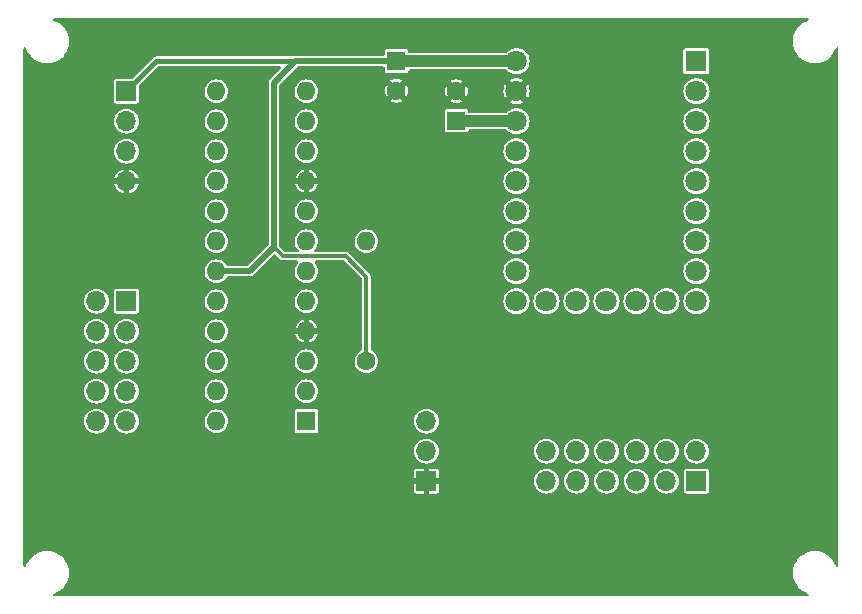
<source format=gbr>
%TF.GenerationSoftware,KiCad,Pcbnew,8.0.9-1.fc40*%
%TF.CreationDate,2025-06-25T20:03:52+02:00*%
%TF.ProjectId,simple-midi-controller,73696d70-6c65-42d6-9d69-64692d636f6e,rev?*%
%TF.SameCoordinates,Original*%
%TF.FileFunction,Copper,L2,Bot*%
%TF.FilePolarity,Positive*%
%FSLAX46Y46*%
G04 Gerber Fmt 4.6, Leading zero omitted, Abs format (unit mm)*
G04 Created by KiCad (PCBNEW 8.0.9-1.fc40) date 2025-06-25 20:03:52*
%MOMM*%
%LPD*%
G01*
G04 APERTURE LIST*
%TA.AperFunction,ComponentPad*%
%ADD10R,1.700000X1.700000*%
%TD*%
%TA.AperFunction,ComponentPad*%
%ADD11O,1.700000X1.700000*%
%TD*%
%TA.AperFunction,ComponentPad*%
%ADD12R,1.600000X1.600000*%
%TD*%
%TA.AperFunction,ComponentPad*%
%ADD13C,1.600000*%
%TD*%
%TA.AperFunction,ComponentPad*%
%ADD14O,1.600000X1.600000*%
%TD*%
%TA.AperFunction,ComponentPad*%
%ADD15R,1.800000X1.800000*%
%TD*%
%TA.AperFunction,ComponentPad*%
%ADD16C,1.800000*%
%TD*%
%TA.AperFunction,Conductor*%
%ADD17C,1.000000*%
%TD*%
%TA.AperFunction,Conductor*%
%ADD18C,0.400000*%
%TD*%
%TA.AperFunction,Conductor*%
%ADD19C,0.300000*%
%TD*%
%TA.AperFunction,Conductor*%
%ADD20C,0.500000*%
%TD*%
G04 APERTURE END LIST*
D10*
%TO.P,J1,1,Pin_1*%
%TO.N,ROW_3*%
X157480000Y-78740000D03*
D11*
%TO.P,J1,2,Pin_2*%
%TO.N,ROW_2*%
X157480000Y-76200000D03*
%TO.P,J1,3,Pin_3*%
%TO.N,ROW_1*%
X154940000Y-78740000D03*
%TO.P,J1,4,Pin_4*%
%TO.N,ROW_0*%
X154940000Y-76200000D03*
%TO.P,J1,5,Pin_5*%
%TO.N,ROW_A*%
X152400000Y-78740000D03*
%TO.P,J1,6,Pin_6*%
%TO.N,ROW_B*%
X152400000Y-76200000D03*
%TO.P,J1,7,Pin_7*%
%TO.N,ROW_C*%
X149860000Y-78740000D03*
%TO.P,J1,8,Pin_8*%
%TO.N,ROW_D*%
X149860000Y-76200000D03*
%TO.P,J1,9,Pin_9*%
%TO.N,ROW_E*%
X147320000Y-78740000D03*
%TO.P,J1,10,Pin_10*%
%TO.N,ROW_F*%
X147320000Y-76200000D03*
%TO.P,J1,11,Pin_11*%
%TO.N,ROW_G*%
X144780000Y-78740000D03*
%TO.P,J1,12,Pin_12*%
%TO.N,ROW_H*%
X144780000Y-76200000D03*
%TD*%
D12*
%TO.P,C2,1*%
%TO.N,+5V*%
X132080000Y-43180000D03*
D13*
%TO.P,C2,2*%
%TO.N,GND*%
X132080000Y-45680000D03*
%TD*%
D12*
%TO.P,U1,1,DIN*%
%TO.N,Spi_mosi*%
X124460000Y-73660000D03*
D14*
%TO.P,U1,2,DIG_0*%
%TO.N,DIG_0*%
X124460000Y-71120000D03*
%TO.P,U1,3,DIG_4*%
%TO.N,unconnected-(U1-DIG_4-Pad3)*%
X124460000Y-68580000D03*
%TO.P,U1,4,GND*%
%TO.N,GND*%
X124460000Y-66040000D03*
%TO.P,U1,5,DIG_6*%
%TO.N,unconnected-(U1-DIG_6-Pad5)*%
X124460000Y-63500000D03*
%TO.P,U1,6,DIG_2*%
%TO.N,unconnected-(U1-DIG_2-Pad6)*%
X124460000Y-60960000D03*
%TO.P,U1,7,DIG_3*%
%TO.N,unconnected-(U1-DIG_3-Pad7)*%
X124460000Y-58420000D03*
%TO.P,U1,8,DIG_7*%
%TO.N,unconnected-(U1-DIG_7-Pad8)*%
X124460000Y-55880000D03*
%TO.P,U1,9,GND*%
%TO.N,GND*%
X124460000Y-53340000D03*
%TO.P,U1,10,DIG_5*%
%TO.N,unconnected-(U1-DIG_5-Pad10)*%
X124460000Y-50800000D03*
%TO.P,U1,11,DIG_1*%
%TO.N,DIG_1*%
X124460000Y-48260000D03*
%TO.P,U1,12,LOAD*%
%TO.N,Spi_load*%
X124460000Y-45720000D03*
%TO.P,U1,13,CLK*%
%TO.N,Spi_sck*%
X116840000Y-45720000D03*
%TO.P,U1,14,SEG_A*%
%TO.N,SEG_A*%
X116840000Y-48260000D03*
%TO.P,U1,15,SEG_F*%
%TO.N,SEG_F*%
X116840000Y-50800000D03*
%TO.P,U1,16,SEG_B*%
%TO.N,SEG_B*%
X116840000Y-53340000D03*
%TO.P,U1,17,SEG_G*%
%TO.N,SEG_G*%
X116840000Y-55880000D03*
%TO.P,U1,18,ISET*%
%TO.N,Net-(U1-ISET)*%
X116840000Y-58420000D03*
%TO.P,U1,19,V+*%
%TO.N,+5V*%
X116840000Y-60960000D03*
%TO.P,U1,20,SEG_C*%
%TO.N,SEG_C*%
X116840000Y-63500000D03*
%TO.P,U1,21,SEG_E*%
%TO.N,SEG_E*%
X116840000Y-66040000D03*
%TO.P,U1,22,SEG_DP*%
%TO.N,SEG_DP*%
X116840000Y-68580000D03*
%TO.P,U1,23,SEG_D*%
%TO.N,SEG_D*%
X116840000Y-71120000D03*
%TO.P,U1,24,DOUT*%
%TO.N,unconnected-(U1-DOUT-Pad24)*%
X116840000Y-73660000D03*
%TD*%
D10*
%TO.P,J2,1,Pin_1*%
%TO.N,GND*%
X134620000Y-78740000D03*
D11*
%TO.P,J2,2,Pin_2*%
%TO.N,Bank_down*%
X134620000Y-76200000D03*
%TO.P,J2,3,Pin_3*%
%TO.N,Bank_up*%
X134620000Y-73660000D03*
%TD*%
D10*
%TO.P,J4,1,Pin_1*%
%TO.N,+5V*%
X109220000Y-45720000D03*
D11*
%TO.P,J4,2,Pin_2*%
%TO.N,midi_rx*%
X109220000Y-48260000D03*
%TO.P,J4,3,Pin_3*%
%TO.N,midi_tx*%
X109220000Y-50800000D03*
%TO.P,J4,4,Pin_4*%
%TO.N,GND*%
X109220000Y-53340000D03*
%TD*%
D15*
%TO.P,U2,0,GPIO_0*%
%TO.N,ROW_0*%
X157480000Y-43180000D03*
D16*
%TO.P,U2,1,GPIO_1*%
%TO.N,ROW_1*%
X157480000Y-45720000D03*
%TO.P,U2,2,GPIO_2*%
%TO.N,ROW_2*%
X157480000Y-48260000D03*
%TO.P,U2,3,GPIO_3*%
%TO.N,ROW_3*%
X157480000Y-50800000D03*
%TO.P,U2,4,GPIO_4*%
%TO.N,ROW_A*%
X157480000Y-53340000D03*
%TO.P,U2,5,GPIO_5*%
%TO.N,ROW_B*%
X157480000Y-55880000D03*
%TO.P,U2,6,GPIO_6*%
%TO.N,ROW_C*%
X157480000Y-58420000D03*
%TO.P,U2,7,GPIO_7*%
%TO.N,ROW_D*%
X157480000Y-60960000D03*
%TO.P,U2,8,GPIO_8*%
%TO.N,ROW_E*%
X157480000Y-63500000D03*
%TO.P,U2,9,GPIO_9*%
%TO.N,ROW_F*%
X154940000Y-63500000D03*
%TO.P,U2,10,GPIO_10*%
%TO.N,ROW_G*%
X152400000Y-63500000D03*
%TO.P,U2,11,GPIO_11*%
%TO.N,ROW_H*%
X149860000Y-63500000D03*
%TO.P,U2,12,GPIO_12*%
%TO.N,Bank_up*%
X147320000Y-63500000D03*
%TO.P,U2,13,GPIO_13*%
%TO.N,Bank_down*%
X144780000Y-63500000D03*
%TO.P,U2,14,GPIO_14*%
%TO.N,unconnected-(U2-GPIO_14-Pad14)*%
X142240000Y-63500000D03*
%TO.P,U2,15,GPIO_15*%
%TO.N,Spi_load*%
X142240000Y-60960000D03*
%TO.P,U2,16,GPIO_26*%
%TO.N,Spi_sck*%
X142240000Y-58420000D03*
%TO.P,U2,17,GPIO_27*%
%TO.N,Spi_mosi*%
X142240000Y-55880000D03*
%TO.P,U2,18,GPIO_28*%
%TO.N,midi_tx*%
X142240000Y-53340000D03*
%TO.P,U2,19,GPIO_29*%
%TO.N,midi_rx*%
X142240000Y-50800000D03*
%TO.P,U2,20,3V3*%
%TO.N,+3V3*%
X142240000Y-48260000D03*
%TO.P,U2,21,GND*%
%TO.N,GND*%
X142240000Y-45720000D03*
%TO.P,U2,22,5V*%
%TO.N,+5V*%
X142240000Y-43180000D03*
%TD*%
D10*
%TO.P,J3,1,Pin_1*%
%TO.N,SEG_G*%
X109220000Y-63500000D03*
D11*
%TO.P,J3,2,Pin_2*%
%TO.N,SEG_F*%
X106680000Y-63500000D03*
%TO.P,J3,3,Pin_3*%
%TO.N,SEG_D*%
X109220000Y-66040000D03*
%TO.P,J3,4,Pin_4*%
%TO.N,DIG_1*%
X106680000Y-66040000D03*
%TO.P,J3,5,Pin_5*%
%TO.N,SEG_E*%
X109220000Y-68580000D03*
%TO.P,J3,6,Pin_6*%
%TO.N,DIG_0*%
X106680000Y-68580000D03*
%TO.P,J3,7,Pin_7*%
%TO.N,SEG_DP*%
X109220000Y-71120000D03*
%TO.P,J3,8,Pin_8*%
%TO.N,SEG_B*%
X106680000Y-71120000D03*
%TO.P,J3,9,Pin_9*%
%TO.N,SEG_C*%
X109220000Y-73660000D03*
%TO.P,J3,10,Pin_10*%
%TO.N,SEG_A*%
X106680000Y-73660000D03*
%TD*%
D13*
%TO.P,R1,1*%
%TO.N,+5V*%
X129540000Y-68580000D03*
D14*
%TO.P,R1,2*%
%TO.N,Net-(U1-ISET)*%
X129540000Y-58420000D03*
%TD*%
D12*
%TO.P,C1,1*%
%TO.N,+3V3*%
X137160000Y-48220000D03*
D13*
%TO.P,C1,2*%
%TO.N,GND*%
X137160000Y-45720000D03*
%TD*%
D17*
%TO.N,+3V3*%
X142240000Y-48260000D02*
X137200000Y-48260000D01*
X137200000Y-48260000D02*
X137160000Y-48220000D01*
%TO.N,GND*%
X132120000Y-45720000D02*
X132080000Y-45680000D01*
D18*
%TO.N,+5V*%
X111760000Y-43180000D02*
X123520000Y-43180000D01*
D19*
X129540000Y-68580000D02*
X129540000Y-61440000D01*
D17*
X132080000Y-43180000D02*
X142240000Y-43180000D01*
D19*
X122500000Y-59700000D02*
X121700000Y-58900000D01*
D20*
X121700000Y-58900000D02*
X121700000Y-45000000D01*
X121700000Y-45000000D02*
X123520000Y-43180000D01*
X119640000Y-60960000D02*
X121700000Y-58900000D01*
D18*
X109220000Y-45720000D02*
X111760000Y-43180000D01*
D19*
X129540000Y-61440000D02*
X127800000Y-59700000D01*
X127800000Y-59700000D02*
X122500000Y-59700000D01*
D20*
X123520000Y-43180000D02*
X132080000Y-43180000D01*
X116840000Y-60960000D02*
X119640000Y-60960000D01*
%TD*%
%TA.AperFunction,Conductor*%
%TO.N,GND*%
G36*
X166937619Y-39520185D02*
G01*
X166983374Y-39572989D01*
X166993318Y-39642147D01*
X166964293Y-39705703D01*
X166907572Y-39742154D01*
X166907738Y-39742643D01*
X166905777Y-39743308D01*
X166905515Y-39743477D01*
X166904161Y-39743856D01*
X166903901Y-39743945D01*
X166679794Y-39836773D01*
X166679785Y-39836777D01*
X166469706Y-39958067D01*
X166277263Y-40105733D01*
X166277256Y-40105739D01*
X166105739Y-40277256D01*
X166105733Y-40277263D01*
X165958067Y-40469706D01*
X165836777Y-40679785D01*
X165836773Y-40679794D01*
X165743947Y-40903895D01*
X165681161Y-41138214D01*
X165649500Y-41378711D01*
X165649500Y-41621288D01*
X165681161Y-41861785D01*
X165743947Y-42096104D01*
X165827583Y-42298019D01*
X165836776Y-42320212D01*
X165958064Y-42530289D01*
X165958066Y-42530292D01*
X165958067Y-42530293D01*
X166105733Y-42722736D01*
X166105739Y-42722743D01*
X166277256Y-42894260D01*
X166277262Y-42894265D01*
X166469711Y-43041936D01*
X166679788Y-43163224D01*
X166903900Y-43256054D01*
X167138211Y-43318838D01*
X167318586Y-43342584D01*
X167378711Y-43350500D01*
X167378712Y-43350500D01*
X167621289Y-43350500D01*
X167669388Y-43344167D01*
X167861789Y-43318838D01*
X168096100Y-43256054D01*
X168320212Y-43163224D01*
X168530289Y-43041936D01*
X168722738Y-42894265D01*
X168894265Y-42722738D01*
X169041936Y-42530289D01*
X169163224Y-42320212D01*
X169256054Y-42096100D01*
X169256056Y-42096090D01*
X169257357Y-42092262D01*
X169258564Y-42092671D01*
X169292086Y-42037670D01*
X169354932Y-42007138D01*
X169424308Y-42015430D01*
X169478188Y-42059913D01*
X169499465Y-42126464D01*
X169499500Y-42129420D01*
X169499500Y-85870579D01*
X169479815Y-85937618D01*
X169427011Y-85983373D01*
X169357853Y-85993317D01*
X169294297Y-85964292D01*
X169257845Y-85907572D01*
X169257357Y-85907738D01*
X169256690Y-85905775D01*
X169256523Y-85905514D01*
X169256143Y-85904163D01*
X169256054Y-85903901D01*
X169256052Y-85903895D01*
X169163224Y-85679788D01*
X169041936Y-85469711D01*
X168894265Y-85277262D01*
X168894260Y-85277256D01*
X168722743Y-85105739D01*
X168722736Y-85105733D01*
X168530293Y-84958067D01*
X168530292Y-84958066D01*
X168530289Y-84958064D01*
X168320212Y-84836776D01*
X168320205Y-84836773D01*
X168096104Y-84743947D01*
X167861785Y-84681161D01*
X167621289Y-84649500D01*
X167621288Y-84649500D01*
X167378712Y-84649500D01*
X167378711Y-84649500D01*
X167138214Y-84681161D01*
X166903895Y-84743947D01*
X166679794Y-84836773D01*
X166679785Y-84836777D01*
X166469706Y-84958067D01*
X166277263Y-85105733D01*
X166277256Y-85105739D01*
X166105739Y-85277256D01*
X166105733Y-85277263D01*
X165958067Y-85469706D01*
X165836777Y-85679785D01*
X165836773Y-85679794D01*
X165743947Y-85903895D01*
X165681161Y-86138214D01*
X165649500Y-86378711D01*
X165649500Y-86621288D01*
X165681161Y-86861785D01*
X165743947Y-87096104D01*
X165836773Y-87320205D01*
X165836776Y-87320212D01*
X165958064Y-87530289D01*
X165958066Y-87530292D01*
X165958067Y-87530293D01*
X166105733Y-87722736D01*
X166105739Y-87722743D01*
X166277256Y-87894260D01*
X166277262Y-87894265D01*
X166469711Y-88041936D01*
X166679788Y-88163224D01*
X166903900Y-88256054D01*
X166903904Y-88256055D01*
X166907738Y-88257357D01*
X166907328Y-88258564D01*
X166962330Y-88292086D01*
X166992862Y-88354932D01*
X166984570Y-88424308D01*
X166940087Y-88478188D01*
X166873536Y-88499465D01*
X166870580Y-88499500D01*
X103129420Y-88499500D01*
X103062381Y-88479815D01*
X103016626Y-88427011D01*
X103006682Y-88357853D01*
X103035707Y-88294297D01*
X103092427Y-88257845D01*
X103092262Y-88257357D01*
X103094222Y-88256691D01*
X103094485Y-88256523D01*
X103095838Y-88256143D01*
X103096090Y-88256056D01*
X103096100Y-88256054D01*
X103320212Y-88163224D01*
X103530289Y-88041936D01*
X103722738Y-87894265D01*
X103894265Y-87722738D01*
X104041936Y-87530289D01*
X104163224Y-87320212D01*
X104256054Y-87096100D01*
X104318838Y-86861789D01*
X104350500Y-86621288D01*
X104350500Y-86378712D01*
X104318838Y-86138211D01*
X104256054Y-85903900D01*
X104163224Y-85679788D01*
X104041936Y-85469711D01*
X103894265Y-85277262D01*
X103894260Y-85277256D01*
X103722743Y-85105739D01*
X103722736Y-85105733D01*
X103530293Y-84958067D01*
X103530292Y-84958066D01*
X103530289Y-84958064D01*
X103320212Y-84836776D01*
X103320205Y-84836773D01*
X103096104Y-84743947D01*
X102861785Y-84681161D01*
X102621289Y-84649500D01*
X102621288Y-84649500D01*
X102378712Y-84649500D01*
X102378711Y-84649500D01*
X102138214Y-84681161D01*
X101903895Y-84743947D01*
X101679794Y-84836773D01*
X101679785Y-84836777D01*
X101469706Y-84958067D01*
X101277263Y-85105733D01*
X101277256Y-85105739D01*
X101105739Y-85277256D01*
X101105733Y-85277263D01*
X100958067Y-85469706D01*
X100836777Y-85679785D01*
X100836773Y-85679794D01*
X100743945Y-85903901D01*
X100742643Y-85907738D01*
X100741438Y-85907329D01*
X100707905Y-85962337D01*
X100645057Y-85992863D01*
X100575682Y-85984565D01*
X100521806Y-85940077D01*
X100500535Y-85873524D01*
X100500500Y-85870579D01*
X100500500Y-77870297D01*
X133570000Y-77870297D01*
X133570000Y-78490000D01*
X134186988Y-78490000D01*
X134154075Y-78547007D01*
X134120000Y-78674174D01*
X134120000Y-78805826D01*
X134154075Y-78932993D01*
X134186988Y-78990000D01*
X133570000Y-78990000D01*
X133570000Y-79609702D01*
X133581602Y-79668033D01*
X133581603Y-79668034D01*
X133625808Y-79734191D01*
X133691965Y-79778396D01*
X133691966Y-79778397D01*
X133750297Y-79789999D01*
X133750301Y-79790000D01*
X134370000Y-79790000D01*
X134370000Y-79173012D01*
X134427007Y-79205925D01*
X134554174Y-79240000D01*
X134685826Y-79240000D01*
X134812993Y-79205925D01*
X134870000Y-79173012D01*
X134870000Y-79790000D01*
X135489699Y-79790000D01*
X135489702Y-79789999D01*
X135548033Y-79778397D01*
X135548034Y-79778396D01*
X135614191Y-79734191D01*
X135658396Y-79668034D01*
X135658397Y-79668033D01*
X135669999Y-79609702D01*
X135670000Y-79609699D01*
X135670000Y-78990000D01*
X135053012Y-78990000D01*
X135085925Y-78932993D01*
X135120000Y-78805826D01*
X135120000Y-78740000D01*
X143724417Y-78740000D01*
X143744699Y-78945932D01*
X143744700Y-78945934D01*
X143804768Y-79143954D01*
X143902315Y-79326450D01*
X143902317Y-79326452D01*
X144033589Y-79486410D01*
X144130209Y-79565702D01*
X144193550Y-79617685D01*
X144376046Y-79715232D01*
X144574066Y-79775300D01*
X144574065Y-79775300D01*
X144592529Y-79777118D01*
X144780000Y-79795583D01*
X144985934Y-79775300D01*
X145183954Y-79715232D01*
X145366450Y-79617685D01*
X145526410Y-79486410D01*
X145657685Y-79326450D01*
X145755232Y-79143954D01*
X145815300Y-78945934D01*
X145835583Y-78740000D01*
X146264417Y-78740000D01*
X146284699Y-78945932D01*
X146284700Y-78945934D01*
X146344768Y-79143954D01*
X146442315Y-79326450D01*
X146442317Y-79326452D01*
X146573589Y-79486410D01*
X146670209Y-79565702D01*
X146733550Y-79617685D01*
X146916046Y-79715232D01*
X147114066Y-79775300D01*
X147114065Y-79775300D01*
X147132529Y-79777118D01*
X147320000Y-79795583D01*
X147525934Y-79775300D01*
X147723954Y-79715232D01*
X147906450Y-79617685D01*
X148066410Y-79486410D01*
X148197685Y-79326450D01*
X148295232Y-79143954D01*
X148355300Y-78945934D01*
X148375583Y-78740000D01*
X148804417Y-78740000D01*
X148824699Y-78945932D01*
X148824700Y-78945934D01*
X148884768Y-79143954D01*
X148982315Y-79326450D01*
X148982317Y-79326452D01*
X149113589Y-79486410D01*
X149210209Y-79565702D01*
X149273550Y-79617685D01*
X149456046Y-79715232D01*
X149654066Y-79775300D01*
X149654065Y-79775300D01*
X149672529Y-79777118D01*
X149860000Y-79795583D01*
X150065934Y-79775300D01*
X150263954Y-79715232D01*
X150446450Y-79617685D01*
X150606410Y-79486410D01*
X150737685Y-79326450D01*
X150835232Y-79143954D01*
X150895300Y-78945934D01*
X150915583Y-78740000D01*
X151344417Y-78740000D01*
X151364699Y-78945932D01*
X151364700Y-78945934D01*
X151424768Y-79143954D01*
X151522315Y-79326450D01*
X151522317Y-79326452D01*
X151653589Y-79486410D01*
X151750209Y-79565702D01*
X151813550Y-79617685D01*
X151996046Y-79715232D01*
X152194066Y-79775300D01*
X152194065Y-79775300D01*
X152212529Y-79777118D01*
X152400000Y-79795583D01*
X152605934Y-79775300D01*
X152803954Y-79715232D01*
X152986450Y-79617685D01*
X153146410Y-79486410D01*
X153277685Y-79326450D01*
X153375232Y-79143954D01*
X153435300Y-78945934D01*
X153455583Y-78740000D01*
X153884417Y-78740000D01*
X153904699Y-78945932D01*
X153904700Y-78945934D01*
X153964768Y-79143954D01*
X154062315Y-79326450D01*
X154062317Y-79326452D01*
X154193589Y-79486410D01*
X154290209Y-79565702D01*
X154353550Y-79617685D01*
X154536046Y-79715232D01*
X154734066Y-79775300D01*
X154734065Y-79775300D01*
X154752529Y-79777118D01*
X154940000Y-79795583D01*
X155145934Y-79775300D01*
X155343954Y-79715232D01*
X155526450Y-79617685D01*
X155686410Y-79486410D01*
X155817685Y-79326450D01*
X155915232Y-79143954D01*
X155975300Y-78945934D01*
X155995583Y-78740000D01*
X155975300Y-78534066D01*
X155915232Y-78336046D01*
X155817685Y-78153550D01*
X155765702Y-78090209D01*
X155686410Y-77993589D01*
X155536121Y-77870252D01*
X155536115Y-77870247D01*
X156429500Y-77870247D01*
X156429500Y-79609752D01*
X156441131Y-79668229D01*
X156441132Y-79668230D01*
X156485447Y-79734552D01*
X156551769Y-79778867D01*
X156551770Y-79778868D01*
X156610247Y-79790499D01*
X156610250Y-79790500D01*
X156610252Y-79790500D01*
X158349750Y-79790500D01*
X158349751Y-79790499D01*
X158364568Y-79787552D01*
X158408229Y-79778868D01*
X158408229Y-79778867D01*
X158408231Y-79778867D01*
X158474552Y-79734552D01*
X158518867Y-79668231D01*
X158518867Y-79668229D01*
X158518868Y-79668229D01*
X158530499Y-79609752D01*
X158530500Y-79609750D01*
X158530500Y-77870249D01*
X158530499Y-77870247D01*
X158518868Y-77811770D01*
X158518867Y-77811769D01*
X158474552Y-77745447D01*
X158408230Y-77701132D01*
X158408229Y-77701131D01*
X158349752Y-77689500D01*
X158349748Y-77689500D01*
X156610252Y-77689500D01*
X156610247Y-77689500D01*
X156551770Y-77701131D01*
X156551769Y-77701132D01*
X156485447Y-77745447D01*
X156441132Y-77811769D01*
X156441131Y-77811770D01*
X156429500Y-77870247D01*
X155536115Y-77870247D01*
X155526450Y-77862315D01*
X155343954Y-77764768D01*
X155145934Y-77704700D01*
X155145932Y-77704699D01*
X155145934Y-77704699D01*
X154940000Y-77684417D01*
X154734067Y-77704699D01*
X154536043Y-77764769D01*
X154425898Y-77823643D01*
X154353550Y-77862315D01*
X154353548Y-77862316D01*
X154353547Y-77862317D01*
X154193589Y-77993589D01*
X154062317Y-78153547D01*
X153964769Y-78336043D01*
X153904699Y-78534067D01*
X153884417Y-78740000D01*
X153455583Y-78740000D01*
X153435300Y-78534066D01*
X153375232Y-78336046D01*
X153277685Y-78153550D01*
X153225702Y-78090209D01*
X153146410Y-77993589D01*
X152996121Y-77870252D01*
X152986450Y-77862315D01*
X152803954Y-77764768D01*
X152605934Y-77704700D01*
X152605932Y-77704699D01*
X152605934Y-77704699D01*
X152400000Y-77684417D01*
X152194067Y-77704699D01*
X151996043Y-77764769D01*
X151885898Y-77823643D01*
X151813550Y-77862315D01*
X151813548Y-77862316D01*
X151813547Y-77862317D01*
X151653589Y-77993589D01*
X151522317Y-78153547D01*
X151424769Y-78336043D01*
X151364699Y-78534067D01*
X151344417Y-78740000D01*
X150915583Y-78740000D01*
X150895300Y-78534066D01*
X150835232Y-78336046D01*
X150737685Y-78153550D01*
X150685702Y-78090209D01*
X150606410Y-77993589D01*
X150456121Y-77870252D01*
X150446450Y-77862315D01*
X150263954Y-77764768D01*
X150065934Y-77704700D01*
X150065932Y-77704699D01*
X150065934Y-77704699D01*
X149860000Y-77684417D01*
X149654067Y-77704699D01*
X149456043Y-77764769D01*
X149345898Y-77823643D01*
X149273550Y-77862315D01*
X149273548Y-77862316D01*
X149273547Y-77862317D01*
X149113589Y-77993589D01*
X148982317Y-78153547D01*
X148884769Y-78336043D01*
X148824699Y-78534067D01*
X148804417Y-78740000D01*
X148375583Y-78740000D01*
X148355300Y-78534066D01*
X148295232Y-78336046D01*
X148197685Y-78153550D01*
X148145702Y-78090209D01*
X148066410Y-77993589D01*
X147916121Y-77870252D01*
X147906450Y-77862315D01*
X147723954Y-77764768D01*
X147525934Y-77704700D01*
X147525932Y-77704699D01*
X147525934Y-77704699D01*
X147320000Y-77684417D01*
X147114067Y-77704699D01*
X146916043Y-77764769D01*
X146805898Y-77823643D01*
X146733550Y-77862315D01*
X146733548Y-77862316D01*
X146733547Y-77862317D01*
X146573589Y-77993589D01*
X146442317Y-78153547D01*
X146344769Y-78336043D01*
X146284699Y-78534067D01*
X146264417Y-78740000D01*
X145835583Y-78740000D01*
X145815300Y-78534066D01*
X145755232Y-78336046D01*
X145657685Y-78153550D01*
X145605702Y-78090209D01*
X145526410Y-77993589D01*
X145376121Y-77870252D01*
X145366450Y-77862315D01*
X145183954Y-77764768D01*
X144985934Y-77704700D01*
X144985932Y-77704699D01*
X144985934Y-77704699D01*
X144780000Y-77684417D01*
X144574067Y-77704699D01*
X144376043Y-77764769D01*
X144265898Y-77823643D01*
X144193550Y-77862315D01*
X144193548Y-77862316D01*
X144193547Y-77862317D01*
X144033589Y-77993589D01*
X143902317Y-78153547D01*
X143804769Y-78336043D01*
X143744699Y-78534067D01*
X143724417Y-78740000D01*
X135120000Y-78740000D01*
X135120000Y-78674174D01*
X135085925Y-78547007D01*
X135053012Y-78490000D01*
X135670000Y-78490000D01*
X135670000Y-77870301D01*
X135669999Y-77870297D01*
X135658397Y-77811966D01*
X135658396Y-77811965D01*
X135614191Y-77745808D01*
X135548034Y-77701603D01*
X135548033Y-77701602D01*
X135489702Y-77690000D01*
X134870000Y-77690000D01*
X134870000Y-78306988D01*
X134812993Y-78274075D01*
X134685826Y-78240000D01*
X134554174Y-78240000D01*
X134427007Y-78274075D01*
X134370000Y-78306988D01*
X134370000Y-77690000D01*
X133750297Y-77690000D01*
X133691966Y-77701602D01*
X133691965Y-77701603D01*
X133625808Y-77745808D01*
X133581603Y-77811965D01*
X133581602Y-77811966D01*
X133570000Y-77870297D01*
X100500500Y-77870297D01*
X100500500Y-76200000D01*
X133564417Y-76200000D01*
X133584699Y-76405932D01*
X133584700Y-76405934D01*
X133644768Y-76603954D01*
X133742315Y-76786450D01*
X133742317Y-76786452D01*
X133873589Y-76946410D01*
X133970209Y-77025702D01*
X134033550Y-77077685D01*
X134216046Y-77175232D01*
X134414066Y-77235300D01*
X134414065Y-77235300D01*
X134432529Y-77237118D01*
X134620000Y-77255583D01*
X134825934Y-77235300D01*
X135023954Y-77175232D01*
X135206450Y-77077685D01*
X135366410Y-76946410D01*
X135497685Y-76786450D01*
X135595232Y-76603954D01*
X135655300Y-76405934D01*
X135675583Y-76200000D01*
X143724417Y-76200000D01*
X143744699Y-76405932D01*
X143744700Y-76405934D01*
X143804768Y-76603954D01*
X143902315Y-76786450D01*
X143902317Y-76786452D01*
X144033589Y-76946410D01*
X144130209Y-77025702D01*
X144193550Y-77077685D01*
X144376046Y-77175232D01*
X144574066Y-77235300D01*
X144574065Y-77235300D01*
X144592529Y-77237118D01*
X144780000Y-77255583D01*
X144985934Y-77235300D01*
X145183954Y-77175232D01*
X145366450Y-77077685D01*
X145526410Y-76946410D01*
X145657685Y-76786450D01*
X145755232Y-76603954D01*
X145815300Y-76405934D01*
X145835583Y-76200000D01*
X146264417Y-76200000D01*
X146284699Y-76405932D01*
X146284700Y-76405934D01*
X146344768Y-76603954D01*
X146442315Y-76786450D01*
X146442317Y-76786452D01*
X146573589Y-76946410D01*
X146670209Y-77025702D01*
X146733550Y-77077685D01*
X146916046Y-77175232D01*
X147114066Y-77235300D01*
X147114065Y-77235300D01*
X147132529Y-77237118D01*
X147320000Y-77255583D01*
X147525934Y-77235300D01*
X147723954Y-77175232D01*
X147906450Y-77077685D01*
X148066410Y-76946410D01*
X148197685Y-76786450D01*
X148295232Y-76603954D01*
X148355300Y-76405934D01*
X148375583Y-76200000D01*
X148804417Y-76200000D01*
X148824699Y-76405932D01*
X148824700Y-76405934D01*
X148884768Y-76603954D01*
X148982315Y-76786450D01*
X148982317Y-76786452D01*
X149113589Y-76946410D01*
X149210209Y-77025702D01*
X149273550Y-77077685D01*
X149456046Y-77175232D01*
X149654066Y-77235300D01*
X149654065Y-77235300D01*
X149672529Y-77237118D01*
X149860000Y-77255583D01*
X150065934Y-77235300D01*
X150263954Y-77175232D01*
X150446450Y-77077685D01*
X150606410Y-76946410D01*
X150737685Y-76786450D01*
X150835232Y-76603954D01*
X150895300Y-76405934D01*
X150915583Y-76200000D01*
X151344417Y-76200000D01*
X151364699Y-76405932D01*
X151364700Y-76405934D01*
X151424768Y-76603954D01*
X151522315Y-76786450D01*
X151522317Y-76786452D01*
X151653589Y-76946410D01*
X151750209Y-77025702D01*
X151813550Y-77077685D01*
X151996046Y-77175232D01*
X152194066Y-77235300D01*
X152194065Y-77235300D01*
X152212529Y-77237118D01*
X152400000Y-77255583D01*
X152605934Y-77235300D01*
X152803954Y-77175232D01*
X152986450Y-77077685D01*
X153146410Y-76946410D01*
X153277685Y-76786450D01*
X153375232Y-76603954D01*
X153435300Y-76405934D01*
X153455583Y-76200000D01*
X153884417Y-76200000D01*
X153904699Y-76405932D01*
X153904700Y-76405934D01*
X153964768Y-76603954D01*
X154062315Y-76786450D01*
X154062317Y-76786452D01*
X154193589Y-76946410D01*
X154290209Y-77025702D01*
X154353550Y-77077685D01*
X154536046Y-77175232D01*
X154734066Y-77235300D01*
X154734065Y-77235300D01*
X154752529Y-77237118D01*
X154940000Y-77255583D01*
X155145934Y-77235300D01*
X155343954Y-77175232D01*
X155526450Y-77077685D01*
X155686410Y-76946410D01*
X155817685Y-76786450D01*
X155915232Y-76603954D01*
X155975300Y-76405934D01*
X155995583Y-76200000D01*
X156424417Y-76200000D01*
X156444699Y-76405932D01*
X156444700Y-76405934D01*
X156504768Y-76603954D01*
X156602315Y-76786450D01*
X156602317Y-76786452D01*
X156733589Y-76946410D01*
X156830209Y-77025702D01*
X156893550Y-77077685D01*
X157076046Y-77175232D01*
X157274066Y-77235300D01*
X157274065Y-77235300D01*
X157292529Y-77237118D01*
X157480000Y-77255583D01*
X157685934Y-77235300D01*
X157883954Y-77175232D01*
X158066450Y-77077685D01*
X158226410Y-76946410D01*
X158357685Y-76786450D01*
X158455232Y-76603954D01*
X158515300Y-76405934D01*
X158535583Y-76200000D01*
X158515300Y-75994066D01*
X158455232Y-75796046D01*
X158357685Y-75613550D01*
X158305702Y-75550209D01*
X158226410Y-75453589D01*
X158066452Y-75322317D01*
X158066453Y-75322317D01*
X158066450Y-75322315D01*
X157883954Y-75224768D01*
X157685934Y-75164700D01*
X157685932Y-75164699D01*
X157685934Y-75164699D01*
X157480000Y-75144417D01*
X157274067Y-75164699D01*
X157076043Y-75224769D01*
X156965898Y-75283643D01*
X156893550Y-75322315D01*
X156893548Y-75322316D01*
X156893547Y-75322317D01*
X156733589Y-75453589D01*
X156602317Y-75613547D01*
X156504769Y-75796043D01*
X156444699Y-75994067D01*
X156424417Y-76200000D01*
X155995583Y-76200000D01*
X155975300Y-75994066D01*
X155915232Y-75796046D01*
X155817685Y-75613550D01*
X155765702Y-75550209D01*
X155686410Y-75453589D01*
X155526452Y-75322317D01*
X155526453Y-75322317D01*
X155526450Y-75322315D01*
X155343954Y-75224768D01*
X155145934Y-75164700D01*
X155145932Y-75164699D01*
X155145934Y-75164699D01*
X154940000Y-75144417D01*
X154734067Y-75164699D01*
X154536043Y-75224769D01*
X154425898Y-75283643D01*
X154353550Y-75322315D01*
X154353548Y-75322316D01*
X154353547Y-75322317D01*
X154193589Y-75453589D01*
X154062317Y-75613547D01*
X153964769Y-75796043D01*
X153904699Y-75994067D01*
X153884417Y-76200000D01*
X153455583Y-76200000D01*
X153435300Y-75994066D01*
X153375232Y-75796046D01*
X153277685Y-75613550D01*
X153225702Y-75550209D01*
X153146410Y-75453589D01*
X152986452Y-75322317D01*
X152986453Y-75322317D01*
X152986450Y-75322315D01*
X152803954Y-75224768D01*
X152605934Y-75164700D01*
X152605932Y-75164699D01*
X152605934Y-75164699D01*
X152400000Y-75144417D01*
X152194067Y-75164699D01*
X151996043Y-75224769D01*
X151885898Y-75283643D01*
X151813550Y-75322315D01*
X151813548Y-75322316D01*
X151813547Y-75322317D01*
X151653589Y-75453589D01*
X151522317Y-75613547D01*
X151424769Y-75796043D01*
X151364699Y-75994067D01*
X151344417Y-76200000D01*
X150915583Y-76200000D01*
X150895300Y-75994066D01*
X150835232Y-75796046D01*
X150737685Y-75613550D01*
X150685702Y-75550209D01*
X150606410Y-75453589D01*
X150446452Y-75322317D01*
X150446453Y-75322317D01*
X150446450Y-75322315D01*
X150263954Y-75224768D01*
X150065934Y-75164700D01*
X150065932Y-75164699D01*
X150065934Y-75164699D01*
X149860000Y-75144417D01*
X149654067Y-75164699D01*
X149456043Y-75224769D01*
X149345898Y-75283643D01*
X149273550Y-75322315D01*
X149273548Y-75322316D01*
X149273547Y-75322317D01*
X149113589Y-75453589D01*
X148982317Y-75613547D01*
X148884769Y-75796043D01*
X148824699Y-75994067D01*
X148804417Y-76200000D01*
X148375583Y-76200000D01*
X148355300Y-75994066D01*
X148295232Y-75796046D01*
X148197685Y-75613550D01*
X148145702Y-75550209D01*
X148066410Y-75453589D01*
X147906452Y-75322317D01*
X147906453Y-75322317D01*
X147906450Y-75322315D01*
X147723954Y-75224768D01*
X147525934Y-75164700D01*
X147525932Y-75164699D01*
X147525934Y-75164699D01*
X147320000Y-75144417D01*
X147114067Y-75164699D01*
X146916043Y-75224769D01*
X146805898Y-75283643D01*
X146733550Y-75322315D01*
X146733548Y-75322316D01*
X146733547Y-75322317D01*
X146573589Y-75453589D01*
X146442317Y-75613547D01*
X146344769Y-75796043D01*
X146284699Y-75994067D01*
X146264417Y-76200000D01*
X145835583Y-76200000D01*
X145815300Y-75994066D01*
X145755232Y-75796046D01*
X145657685Y-75613550D01*
X145605702Y-75550209D01*
X145526410Y-75453589D01*
X145366452Y-75322317D01*
X145366453Y-75322317D01*
X145366450Y-75322315D01*
X145183954Y-75224768D01*
X144985934Y-75164700D01*
X144985932Y-75164699D01*
X144985934Y-75164699D01*
X144780000Y-75144417D01*
X144574067Y-75164699D01*
X144376043Y-75224769D01*
X144265898Y-75283643D01*
X144193550Y-75322315D01*
X144193548Y-75322316D01*
X144193547Y-75322317D01*
X144033589Y-75453589D01*
X143902317Y-75613547D01*
X143804769Y-75796043D01*
X143744699Y-75994067D01*
X143724417Y-76200000D01*
X135675583Y-76200000D01*
X135655300Y-75994066D01*
X135595232Y-75796046D01*
X135497685Y-75613550D01*
X135445702Y-75550209D01*
X135366410Y-75453589D01*
X135206452Y-75322317D01*
X135206453Y-75322317D01*
X135206450Y-75322315D01*
X135023954Y-75224768D01*
X134825934Y-75164700D01*
X134825932Y-75164699D01*
X134825934Y-75164699D01*
X134620000Y-75144417D01*
X134414067Y-75164699D01*
X134216043Y-75224769D01*
X134105898Y-75283643D01*
X134033550Y-75322315D01*
X134033548Y-75322316D01*
X134033547Y-75322317D01*
X133873589Y-75453589D01*
X133742317Y-75613547D01*
X133644769Y-75796043D01*
X133584699Y-75994067D01*
X133564417Y-76200000D01*
X100500500Y-76200000D01*
X100500500Y-73660000D01*
X105624417Y-73660000D01*
X105644699Y-73865932D01*
X105644700Y-73865934D01*
X105704768Y-74063954D01*
X105802315Y-74246450D01*
X105802317Y-74246452D01*
X105933589Y-74406410D01*
X106022953Y-74479748D01*
X106093550Y-74537685D01*
X106276046Y-74635232D01*
X106474066Y-74695300D01*
X106474065Y-74695300D01*
X106492529Y-74697118D01*
X106680000Y-74715583D01*
X106885934Y-74695300D01*
X107083954Y-74635232D01*
X107266450Y-74537685D01*
X107426410Y-74406410D01*
X107557685Y-74246450D01*
X107655232Y-74063954D01*
X107715300Y-73865934D01*
X107735583Y-73660000D01*
X108164417Y-73660000D01*
X108184699Y-73865932D01*
X108184700Y-73865934D01*
X108244768Y-74063954D01*
X108342315Y-74246450D01*
X108342317Y-74246452D01*
X108473589Y-74406410D01*
X108562953Y-74479748D01*
X108633550Y-74537685D01*
X108816046Y-74635232D01*
X109014066Y-74695300D01*
X109014065Y-74695300D01*
X109032529Y-74697118D01*
X109220000Y-74715583D01*
X109425934Y-74695300D01*
X109623954Y-74635232D01*
X109806450Y-74537685D01*
X109966410Y-74406410D01*
X110097685Y-74246450D01*
X110195232Y-74063954D01*
X110255300Y-73865934D01*
X110275583Y-73660000D01*
X115834659Y-73660000D01*
X115853975Y-73856129D01*
X115911188Y-74044733D01*
X116004086Y-74218532D01*
X116004090Y-74218539D01*
X116129116Y-74370883D01*
X116281460Y-74495909D01*
X116281467Y-74495913D01*
X116455266Y-74588811D01*
X116455269Y-74588811D01*
X116455273Y-74588814D01*
X116643868Y-74646024D01*
X116840000Y-74665341D01*
X117036132Y-74646024D01*
X117224727Y-74588814D01*
X117398538Y-74495910D01*
X117550883Y-74370883D01*
X117675910Y-74218538D01*
X117768814Y-74044727D01*
X117826024Y-73856132D01*
X117845341Y-73660000D01*
X117826024Y-73463868D01*
X117768814Y-73275273D01*
X117768811Y-73275269D01*
X117768811Y-73275266D01*
X117675913Y-73101467D01*
X117675909Y-73101460D01*
X117550883Y-72949116D01*
X117418226Y-72840247D01*
X123459500Y-72840247D01*
X123459500Y-74479752D01*
X123471131Y-74538229D01*
X123471132Y-74538230D01*
X123515447Y-74604552D01*
X123581769Y-74648867D01*
X123581770Y-74648868D01*
X123640247Y-74660499D01*
X123640250Y-74660500D01*
X123640252Y-74660500D01*
X125279750Y-74660500D01*
X125279751Y-74660499D01*
X125294568Y-74657552D01*
X125338229Y-74648868D01*
X125338229Y-74648867D01*
X125338231Y-74648867D01*
X125404552Y-74604552D01*
X125448867Y-74538231D01*
X125448867Y-74538229D01*
X125448868Y-74538229D01*
X125460499Y-74479752D01*
X125460500Y-74479750D01*
X125460500Y-73660000D01*
X133564417Y-73660000D01*
X133584699Y-73865932D01*
X133584700Y-73865934D01*
X133644768Y-74063954D01*
X133742315Y-74246450D01*
X133742317Y-74246452D01*
X133873589Y-74406410D01*
X133962953Y-74479748D01*
X134033550Y-74537685D01*
X134216046Y-74635232D01*
X134414066Y-74695300D01*
X134414065Y-74695300D01*
X134432529Y-74697118D01*
X134620000Y-74715583D01*
X134825934Y-74695300D01*
X135023954Y-74635232D01*
X135206450Y-74537685D01*
X135366410Y-74406410D01*
X135497685Y-74246450D01*
X135595232Y-74063954D01*
X135655300Y-73865934D01*
X135675583Y-73660000D01*
X135655300Y-73454066D01*
X135595232Y-73256046D01*
X135497685Y-73073550D01*
X135445702Y-73010209D01*
X135366410Y-72913589D01*
X135206452Y-72782317D01*
X135206453Y-72782317D01*
X135206450Y-72782315D01*
X135023954Y-72684768D01*
X134825934Y-72624700D01*
X134825932Y-72624699D01*
X134825934Y-72624699D01*
X134620000Y-72604417D01*
X134414067Y-72624699D01*
X134216043Y-72684769D01*
X134158650Y-72715447D01*
X134033550Y-72782315D01*
X134033548Y-72782316D01*
X134033547Y-72782317D01*
X133873589Y-72913589D01*
X133742317Y-73073547D01*
X133644769Y-73256043D01*
X133584699Y-73454067D01*
X133564417Y-73660000D01*
X125460500Y-73660000D01*
X125460500Y-72840249D01*
X125460499Y-72840247D01*
X125448868Y-72781770D01*
X125448867Y-72781769D01*
X125404552Y-72715447D01*
X125338230Y-72671132D01*
X125338229Y-72671131D01*
X125279752Y-72659500D01*
X125279748Y-72659500D01*
X123640252Y-72659500D01*
X123640247Y-72659500D01*
X123581770Y-72671131D01*
X123581769Y-72671132D01*
X123515447Y-72715447D01*
X123471132Y-72781769D01*
X123471131Y-72781770D01*
X123459500Y-72840247D01*
X117418226Y-72840247D01*
X117398539Y-72824090D01*
X117398532Y-72824086D01*
X117224733Y-72731188D01*
X117224727Y-72731186D01*
X117036132Y-72673976D01*
X117036129Y-72673975D01*
X116840000Y-72654659D01*
X116643870Y-72673975D01*
X116455266Y-72731188D01*
X116281467Y-72824086D01*
X116281460Y-72824090D01*
X116129116Y-72949116D01*
X116004090Y-73101460D01*
X116004086Y-73101467D01*
X115911188Y-73275266D01*
X115853975Y-73463870D01*
X115834659Y-73660000D01*
X110275583Y-73660000D01*
X110255300Y-73454066D01*
X110195232Y-73256046D01*
X110097685Y-73073550D01*
X110045702Y-73010209D01*
X109966410Y-72913589D01*
X109806452Y-72782317D01*
X109806453Y-72782317D01*
X109806450Y-72782315D01*
X109623954Y-72684768D01*
X109425934Y-72624700D01*
X109425932Y-72624699D01*
X109425934Y-72624699D01*
X109220000Y-72604417D01*
X109014067Y-72624699D01*
X108816043Y-72684769D01*
X108758650Y-72715447D01*
X108633550Y-72782315D01*
X108633548Y-72782316D01*
X108633547Y-72782317D01*
X108473589Y-72913589D01*
X108342317Y-73073547D01*
X108244769Y-73256043D01*
X108184699Y-73454067D01*
X108164417Y-73660000D01*
X107735583Y-73660000D01*
X107715300Y-73454066D01*
X107655232Y-73256046D01*
X107557685Y-73073550D01*
X107505702Y-73010209D01*
X107426410Y-72913589D01*
X107266452Y-72782317D01*
X107266453Y-72782317D01*
X107266450Y-72782315D01*
X107083954Y-72684768D01*
X106885934Y-72624700D01*
X106885932Y-72624699D01*
X106885934Y-72624699D01*
X106680000Y-72604417D01*
X106474067Y-72624699D01*
X106276043Y-72684769D01*
X106218650Y-72715447D01*
X106093550Y-72782315D01*
X106093548Y-72782316D01*
X106093547Y-72782317D01*
X105933589Y-72913589D01*
X105802317Y-73073547D01*
X105704769Y-73256043D01*
X105644699Y-73454067D01*
X105624417Y-73660000D01*
X100500500Y-73660000D01*
X100500500Y-71120000D01*
X105624417Y-71120000D01*
X105644699Y-71325932D01*
X105644700Y-71325934D01*
X105704768Y-71523954D01*
X105802315Y-71706450D01*
X105802317Y-71706452D01*
X105933589Y-71866410D01*
X106030209Y-71945702D01*
X106093550Y-71997685D01*
X106276046Y-72095232D01*
X106474066Y-72155300D01*
X106474065Y-72155300D01*
X106492529Y-72157118D01*
X106680000Y-72175583D01*
X106885934Y-72155300D01*
X107083954Y-72095232D01*
X107266450Y-71997685D01*
X107426410Y-71866410D01*
X107557685Y-71706450D01*
X107655232Y-71523954D01*
X107715300Y-71325934D01*
X107735583Y-71120000D01*
X108164417Y-71120000D01*
X108184699Y-71325932D01*
X108184700Y-71325934D01*
X108244768Y-71523954D01*
X108342315Y-71706450D01*
X108342317Y-71706452D01*
X108473589Y-71866410D01*
X108570209Y-71945702D01*
X108633550Y-71997685D01*
X108816046Y-72095232D01*
X109014066Y-72155300D01*
X109014065Y-72155300D01*
X109032529Y-72157118D01*
X109220000Y-72175583D01*
X109425934Y-72155300D01*
X109623954Y-72095232D01*
X109806450Y-71997685D01*
X109966410Y-71866410D01*
X110097685Y-71706450D01*
X110195232Y-71523954D01*
X110255300Y-71325934D01*
X110275583Y-71120000D01*
X115834659Y-71120000D01*
X115853975Y-71316129D01*
X115911188Y-71504733D01*
X116004086Y-71678532D01*
X116004090Y-71678539D01*
X116129116Y-71830883D01*
X116281460Y-71955909D01*
X116281467Y-71955913D01*
X116455266Y-72048811D01*
X116455269Y-72048811D01*
X116455273Y-72048814D01*
X116643868Y-72106024D01*
X116840000Y-72125341D01*
X117036132Y-72106024D01*
X117224727Y-72048814D01*
X117398538Y-71955910D01*
X117550883Y-71830883D01*
X117675910Y-71678538D01*
X117768814Y-71504727D01*
X117826024Y-71316132D01*
X117845341Y-71120000D01*
X123454659Y-71120000D01*
X123473975Y-71316129D01*
X123531188Y-71504733D01*
X123624086Y-71678532D01*
X123624090Y-71678539D01*
X123749116Y-71830883D01*
X123901460Y-71955909D01*
X123901467Y-71955913D01*
X124075266Y-72048811D01*
X124075269Y-72048811D01*
X124075273Y-72048814D01*
X124263868Y-72106024D01*
X124460000Y-72125341D01*
X124656132Y-72106024D01*
X124844727Y-72048814D01*
X125018538Y-71955910D01*
X125170883Y-71830883D01*
X125295910Y-71678538D01*
X125388814Y-71504727D01*
X125446024Y-71316132D01*
X125465341Y-71120000D01*
X125446024Y-70923868D01*
X125388814Y-70735273D01*
X125388811Y-70735269D01*
X125388811Y-70735266D01*
X125295913Y-70561467D01*
X125295909Y-70561460D01*
X125170883Y-70409116D01*
X125018539Y-70284090D01*
X125018532Y-70284086D01*
X124844733Y-70191188D01*
X124844727Y-70191186D01*
X124656132Y-70133976D01*
X124656129Y-70133975D01*
X124460000Y-70114659D01*
X124263870Y-70133975D01*
X124075266Y-70191188D01*
X123901467Y-70284086D01*
X123901460Y-70284090D01*
X123749116Y-70409116D01*
X123624090Y-70561460D01*
X123624086Y-70561467D01*
X123531188Y-70735266D01*
X123473975Y-70923870D01*
X123454659Y-71120000D01*
X117845341Y-71120000D01*
X117826024Y-70923868D01*
X117768814Y-70735273D01*
X117768811Y-70735269D01*
X117768811Y-70735266D01*
X117675913Y-70561467D01*
X117675909Y-70561460D01*
X117550883Y-70409116D01*
X117398539Y-70284090D01*
X117398532Y-70284086D01*
X117224733Y-70191188D01*
X117224727Y-70191186D01*
X117036132Y-70133976D01*
X117036129Y-70133975D01*
X116840000Y-70114659D01*
X116643870Y-70133975D01*
X116455266Y-70191188D01*
X116281467Y-70284086D01*
X116281460Y-70284090D01*
X116129116Y-70409116D01*
X116004090Y-70561460D01*
X116004086Y-70561467D01*
X115911188Y-70735266D01*
X115853975Y-70923870D01*
X115834659Y-71120000D01*
X110275583Y-71120000D01*
X110255300Y-70914066D01*
X110195232Y-70716046D01*
X110097685Y-70533550D01*
X110045702Y-70470209D01*
X109966410Y-70373589D01*
X109806452Y-70242317D01*
X109806453Y-70242317D01*
X109806450Y-70242315D01*
X109623954Y-70144768D01*
X109425934Y-70084700D01*
X109425932Y-70084699D01*
X109425934Y-70084699D01*
X109220000Y-70064417D01*
X109014067Y-70084699D01*
X108816043Y-70144769D01*
X108729205Y-70191186D01*
X108633550Y-70242315D01*
X108633548Y-70242316D01*
X108633547Y-70242317D01*
X108473589Y-70373589D01*
X108342317Y-70533547D01*
X108244769Y-70716043D01*
X108184699Y-70914067D01*
X108164417Y-71120000D01*
X107735583Y-71120000D01*
X107715300Y-70914066D01*
X107655232Y-70716046D01*
X107557685Y-70533550D01*
X107505702Y-70470209D01*
X107426410Y-70373589D01*
X107266452Y-70242317D01*
X107266453Y-70242317D01*
X107266450Y-70242315D01*
X107083954Y-70144768D01*
X106885934Y-70084700D01*
X106885932Y-70084699D01*
X106885934Y-70084699D01*
X106680000Y-70064417D01*
X106474067Y-70084699D01*
X106276043Y-70144769D01*
X106189205Y-70191186D01*
X106093550Y-70242315D01*
X106093548Y-70242316D01*
X106093547Y-70242317D01*
X105933589Y-70373589D01*
X105802317Y-70533547D01*
X105704769Y-70716043D01*
X105644699Y-70914067D01*
X105624417Y-71120000D01*
X100500500Y-71120000D01*
X100500500Y-68580000D01*
X105624417Y-68580000D01*
X105644699Y-68785932D01*
X105644700Y-68785934D01*
X105704768Y-68983954D01*
X105802315Y-69166450D01*
X105802317Y-69166452D01*
X105933589Y-69326410D01*
X106030209Y-69405702D01*
X106093550Y-69457685D01*
X106276046Y-69555232D01*
X106474066Y-69615300D01*
X106474065Y-69615300D01*
X106492529Y-69617118D01*
X106680000Y-69635583D01*
X106885934Y-69615300D01*
X107083954Y-69555232D01*
X107266450Y-69457685D01*
X107426410Y-69326410D01*
X107557685Y-69166450D01*
X107655232Y-68983954D01*
X107715300Y-68785934D01*
X107735583Y-68580000D01*
X108164417Y-68580000D01*
X108184699Y-68785932D01*
X108184700Y-68785934D01*
X108244768Y-68983954D01*
X108342315Y-69166450D01*
X108342317Y-69166452D01*
X108473589Y-69326410D01*
X108570209Y-69405702D01*
X108633550Y-69457685D01*
X108816046Y-69555232D01*
X109014066Y-69615300D01*
X109014065Y-69615300D01*
X109032529Y-69617118D01*
X109220000Y-69635583D01*
X109425934Y-69615300D01*
X109623954Y-69555232D01*
X109806450Y-69457685D01*
X109966410Y-69326410D01*
X110097685Y-69166450D01*
X110195232Y-68983954D01*
X110255300Y-68785934D01*
X110275583Y-68580000D01*
X115834659Y-68580000D01*
X115853975Y-68776129D01*
X115911188Y-68964733D01*
X116004086Y-69138532D01*
X116004090Y-69138539D01*
X116129116Y-69290883D01*
X116281460Y-69415909D01*
X116281467Y-69415913D01*
X116455266Y-69508811D01*
X116455269Y-69508811D01*
X116455273Y-69508814D01*
X116643868Y-69566024D01*
X116840000Y-69585341D01*
X117036132Y-69566024D01*
X117224727Y-69508814D01*
X117398538Y-69415910D01*
X117550883Y-69290883D01*
X117675910Y-69138538D01*
X117768814Y-68964727D01*
X117826024Y-68776132D01*
X117845341Y-68580000D01*
X123454659Y-68580000D01*
X123473975Y-68776129D01*
X123531188Y-68964733D01*
X123624086Y-69138532D01*
X123624090Y-69138539D01*
X123749116Y-69290883D01*
X123901460Y-69415909D01*
X123901467Y-69415913D01*
X124075266Y-69508811D01*
X124075269Y-69508811D01*
X124075273Y-69508814D01*
X124263868Y-69566024D01*
X124460000Y-69585341D01*
X124656132Y-69566024D01*
X124844727Y-69508814D01*
X125018538Y-69415910D01*
X125170883Y-69290883D01*
X125295910Y-69138538D01*
X125388814Y-68964727D01*
X125446024Y-68776132D01*
X125465341Y-68580000D01*
X125446024Y-68383868D01*
X125388814Y-68195273D01*
X125388811Y-68195269D01*
X125388811Y-68195266D01*
X125295913Y-68021467D01*
X125295909Y-68021460D01*
X125170883Y-67869116D01*
X125018539Y-67744090D01*
X125018532Y-67744086D01*
X124844733Y-67651188D01*
X124844727Y-67651186D01*
X124656132Y-67593976D01*
X124656129Y-67593975D01*
X124460000Y-67574659D01*
X124263870Y-67593975D01*
X124075266Y-67651188D01*
X123901467Y-67744086D01*
X123901460Y-67744090D01*
X123749116Y-67869116D01*
X123624090Y-68021460D01*
X123624086Y-68021467D01*
X123531188Y-68195266D01*
X123473975Y-68383870D01*
X123454659Y-68580000D01*
X117845341Y-68580000D01*
X117826024Y-68383868D01*
X117768814Y-68195273D01*
X117768811Y-68195269D01*
X117768811Y-68195266D01*
X117675913Y-68021467D01*
X117675909Y-68021460D01*
X117550883Y-67869116D01*
X117398539Y-67744090D01*
X117398532Y-67744086D01*
X117224733Y-67651188D01*
X117224727Y-67651186D01*
X117036132Y-67593976D01*
X117036129Y-67593975D01*
X116840000Y-67574659D01*
X116643870Y-67593975D01*
X116455266Y-67651188D01*
X116281467Y-67744086D01*
X116281460Y-67744090D01*
X116129116Y-67869116D01*
X116004090Y-68021460D01*
X116004086Y-68021467D01*
X115911188Y-68195266D01*
X115853975Y-68383870D01*
X115834659Y-68580000D01*
X110275583Y-68580000D01*
X110255300Y-68374066D01*
X110195232Y-68176046D01*
X110097685Y-67993550D01*
X110045702Y-67930209D01*
X109966410Y-67833589D01*
X109806452Y-67702317D01*
X109806453Y-67702317D01*
X109806450Y-67702315D01*
X109623954Y-67604768D01*
X109425934Y-67544700D01*
X109425932Y-67544699D01*
X109425934Y-67544699D01*
X109220000Y-67524417D01*
X109014067Y-67544699D01*
X108816043Y-67604769D01*
X108729205Y-67651186D01*
X108633550Y-67702315D01*
X108633548Y-67702316D01*
X108633547Y-67702317D01*
X108473589Y-67833589D01*
X108342317Y-67993547D01*
X108244769Y-68176043D01*
X108184699Y-68374067D01*
X108164417Y-68580000D01*
X107735583Y-68580000D01*
X107715300Y-68374066D01*
X107655232Y-68176046D01*
X107557685Y-67993550D01*
X107505702Y-67930209D01*
X107426410Y-67833589D01*
X107266452Y-67702317D01*
X107266453Y-67702317D01*
X107266450Y-67702315D01*
X107083954Y-67604768D01*
X106885934Y-67544700D01*
X106885932Y-67544699D01*
X106885934Y-67544699D01*
X106680000Y-67524417D01*
X106474067Y-67544699D01*
X106276043Y-67604769D01*
X106189205Y-67651186D01*
X106093550Y-67702315D01*
X106093548Y-67702316D01*
X106093547Y-67702317D01*
X105933589Y-67833589D01*
X105802317Y-67993547D01*
X105704769Y-68176043D01*
X105644699Y-68374067D01*
X105624417Y-68580000D01*
X100500500Y-68580000D01*
X100500500Y-66040000D01*
X105624417Y-66040000D01*
X105644699Y-66245932D01*
X105644700Y-66245934D01*
X105704768Y-66443954D01*
X105802315Y-66626450D01*
X105802317Y-66626452D01*
X105933589Y-66786410D01*
X106030209Y-66865702D01*
X106093550Y-66917685D01*
X106276046Y-67015232D01*
X106474066Y-67075300D01*
X106474065Y-67075300D01*
X106492529Y-67077118D01*
X106680000Y-67095583D01*
X106885934Y-67075300D01*
X107083954Y-67015232D01*
X107266450Y-66917685D01*
X107426410Y-66786410D01*
X107557685Y-66626450D01*
X107655232Y-66443954D01*
X107715300Y-66245934D01*
X107735583Y-66040000D01*
X108164417Y-66040000D01*
X108184699Y-66245932D01*
X108184700Y-66245934D01*
X108244768Y-66443954D01*
X108342315Y-66626450D01*
X108342317Y-66626452D01*
X108473589Y-66786410D01*
X108570209Y-66865702D01*
X108633550Y-66917685D01*
X108816046Y-67015232D01*
X109014066Y-67075300D01*
X109014065Y-67075300D01*
X109032529Y-67077118D01*
X109220000Y-67095583D01*
X109425934Y-67075300D01*
X109623954Y-67015232D01*
X109806450Y-66917685D01*
X109966410Y-66786410D01*
X110097685Y-66626450D01*
X110195232Y-66443954D01*
X110255300Y-66245934D01*
X110275583Y-66040000D01*
X115834659Y-66040000D01*
X115853975Y-66236129D01*
X115853976Y-66236132D01*
X115891575Y-66360080D01*
X115911188Y-66424733D01*
X116004086Y-66598532D01*
X116004090Y-66598539D01*
X116129116Y-66750883D01*
X116281460Y-66875909D01*
X116281467Y-66875913D01*
X116455266Y-66968811D01*
X116455269Y-66968811D01*
X116455273Y-66968814D01*
X116643868Y-67026024D01*
X116840000Y-67045341D01*
X117036132Y-67026024D01*
X117224727Y-66968814D01*
X117398538Y-66875910D01*
X117550883Y-66750883D01*
X117675910Y-66598538D01*
X117758537Y-66443954D01*
X117768811Y-66424733D01*
X117768811Y-66424732D01*
X117768814Y-66424727D01*
X117826024Y-66236132D01*
X117845341Y-66040000D01*
X117826024Y-65843868D01*
X117809683Y-65789999D01*
X123490839Y-65789999D01*
X123490840Y-65790000D01*
X124144314Y-65790000D01*
X124139920Y-65794394D01*
X124087259Y-65885606D01*
X124060000Y-65987339D01*
X124060000Y-66092661D01*
X124087259Y-66194394D01*
X124139920Y-66285606D01*
X124144314Y-66290000D01*
X123490840Y-66290000D01*
X123531652Y-66424541D01*
X123624503Y-66598253D01*
X123624507Y-66598260D01*
X123749471Y-66750528D01*
X123901739Y-66875491D01*
X124075465Y-66968349D01*
X124210000Y-67009159D01*
X124210000Y-66355686D01*
X124214394Y-66360080D01*
X124305606Y-66412741D01*
X124407339Y-66440000D01*
X124512661Y-66440000D01*
X124614394Y-66412741D01*
X124705606Y-66360080D01*
X124710000Y-66355686D01*
X124710000Y-67009159D01*
X124844534Y-66968349D01*
X125018260Y-66875491D01*
X125170528Y-66750528D01*
X125295492Y-66598260D01*
X125295496Y-66598253D01*
X125388347Y-66424541D01*
X125429160Y-66290000D01*
X124775686Y-66290000D01*
X124780080Y-66285606D01*
X124832741Y-66194394D01*
X124860000Y-66092661D01*
X124860000Y-65987339D01*
X124832741Y-65885606D01*
X124780080Y-65794394D01*
X124775686Y-65790000D01*
X125429160Y-65790000D01*
X125429160Y-65789999D01*
X125388347Y-65655458D01*
X125295496Y-65481746D01*
X125295492Y-65481739D01*
X125170528Y-65329471D01*
X125018260Y-65204507D01*
X125018253Y-65204503D01*
X124844541Y-65111652D01*
X124710000Y-65070839D01*
X124710000Y-65724314D01*
X124705606Y-65719920D01*
X124614394Y-65667259D01*
X124512661Y-65640000D01*
X124407339Y-65640000D01*
X124305606Y-65667259D01*
X124214394Y-65719920D01*
X124210000Y-65724314D01*
X124210000Y-65070839D01*
X124209999Y-65070839D01*
X124075458Y-65111652D01*
X123901746Y-65204503D01*
X123901739Y-65204507D01*
X123749471Y-65329471D01*
X123624507Y-65481739D01*
X123624503Y-65481746D01*
X123531652Y-65655458D01*
X123490839Y-65789999D01*
X117809683Y-65789999D01*
X117768814Y-65655273D01*
X117768811Y-65655269D01*
X117768811Y-65655266D01*
X117675913Y-65481467D01*
X117675909Y-65481460D01*
X117550883Y-65329116D01*
X117398539Y-65204090D01*
X117398532Y-65204086D01*
X117224733Y-65111188D01*
X117224727Y-65111186D01*
X117036132Y-65053976D01*
X117036129Y-65053975D01*
X116840000Y-65034659D01*
X116643870Y-65053975D01*
X116455266Y-65111188D01*
X116281467Y-65204086D01*
X116281460Y-65204090D01*
X116129116Y-65329116D01*
X116004090Y-65481460D01*
X116004086Y-65481467D01*
X115911188Y-65655266D01*
X115853975Y-65843870D01*
X115834659Y-66040000D01*
X110275583Y-66040000D01*
X110255300Y-65834066D01*
X110195232Y-65636046D01*
X110097685Y-65453550D01*
X109995857Y-65329471D01*
X109966410Y-65293589D01*
X109806452Y-65162317D01*
X109806453Y-65162317D01*
X109806450Y-65162315D01*
X109623954Y-65064768D01*
X109425934Y-65004700D01*
X109425932Y-65004699D01*
X109425934Y-65004699D01*
X109220000Y-64984417D01*
X109014067Y-65004699D01*
X108816043Y-65064769D01*
X108729205Y-65111186D01*
X108633550Y-65162315D01*
X108633548Y-65162316D01*
X108633547Y-65162317D01*
X108473589Y-65293589D01*
X108342317Y-65453547D01*
X108244769Y-65636043D01*
X108184699Y-65834067D01*
X108164417Y-66040000D01*
X107735583Y-66040000D01*
X107715300Y-65834066D01*
X107655232Y-65636046D01*
X107557685Y-65453550D01*
X107455857Y-65329471D01*
X107426410Y-65293589D01*
X107266452Y-65162317D01*
X107266453Y-65162317D01*
X107266450Y-65162315D01*
X107083954Y-65064768D01*
X106885934Y-65004700D01*
X106885932Y-65004699D01*
X106885934Y-65004699D01*
X106680000Y-64984417D01*
X106474067Y-65004699D01*
X106276043Y-65064769D01*
X106189205Y-65111186D01*
X106093550Y-65162315D01*
X106093548Y-65162316D01*
X106093547Y-65162317D01*
X105933589Y-65293589D01*
X105802317Y-65453547D01*
X105704769Y-65636043D01*
X105644699Y-65834067D01*
X105624417Y-66040000D01*
X100500500Y-66040000D01*
X100500500Y-63500000D01*
X105624417Y-63500000D01*
X105644699Y-63705932D01*
X105644700Y-63705934D01*
X105704768Y-63903954D01*
X105802315Y-64086450D01*
X105802317Y-64086452D01*
X105933589Y-64246410D01*
X106030209Y-64325702D01*
X106093550Y-64377685D01*
X106276046Y-64475232D01*
X106474066Y-64535300D01*
X106474065Y-64535300D01*
X106492529Y-64537118D01*
X106680000Y-64555583D01*
X106885934Y-64535300D01*
X107083954Y-64475232D01*
X107266450Y-64377685D01*
X107426410Y-64246410D01*
X107557685Y-64086450D01*
X107655232Y-63903954D01*
X107715300Y-63705934D01*
X107735583Y-63500000D01*
X107715300Y-63294066D01*
X107655232Y-63096046D01*
X107557685Y-62913550D01*
X107505702Y-62850209D01*
X107426410Y-62753589D01*
X107276121Y-62630252D01*
X107276115Y-62630247D01*
X108169500Y-62630247D01*
X108169500Y-64369752D01*
X108181131Y-64428229D01*
X108181132Y-64428230D01*
X108225447Y-64494552D01*
X108291769Y-64538867D01*
X108291770Y-64538868D01*
X108350247Y-64550499D01*
X108350250Y-64550500D01*
X108350252Y-64550500D01*
X110089750Y-64550500D01*
X110089751Y-64550499D01*
X110104568Y-64547552D01*
X110148229Y-64538868D01*
X110148229Y-64538867D01*
X110148231Y-64538867D01*
X110214552Y-64494552D01*
X110258867Y-64428231D01*
X110258867Y-64428229D01*
X110258868Y-64428229D01*
X110267552Y-64384568D01*
X110270500Y-64369748D01*
X110270500Y-63500000D01*
X115834659Y-63500000D01*
X115853975Y-63696129D01*
X115911188Y-63884733D01*
X116004086Y-64058532D01*
X116004090Y-64058539D01*
X116129116Y-64210883D01*
X116281460Y-64335909D01*
X116281467Y-64335913D01*
X116455266Y-64428811D01*
X116455269Y-64428811D01*
X116455273Y-64428814D01*
X116643868Y-64486024D01*
X116840000Y-64505341D01*
X117036132Y-64486024D01*
X117224727Y-64428814D01*
X117225822Y-64428229D01*
X117398532Y-64335913D01*
X117398538Y-64335910D01*
X117550883Y-64210883D01*
X117675910Y-64058538D01*
X117768814Y-63884727D01*
X117826024Y-63696132D01*
X117845341Y-63500000D01*
X123454659Y-63500000D01*
X123473975Y-63696129D01*
X123531188Y-63884733D01*
X123624086Y-64058532D01*
X123624090Y-64058539D01*
X123749116Y-64210883D01*
X123901460Y-64335909D01*
X123901467Y-64335913D01*
X124075266Y-64428811D01*
X124075269Y-64428811D01*
X124075273Y-64428814D01*
X124263868Y-64486024D01*
X124460000Y-64505341D01*
X124656132Y-64486024D01*
X124844727Y-64428814D01*
X124845822Y-64428229D01*
X125018532Y-64335913D01*
X125018538Y-64335910D01*
X125170883Y-64210883D01*
X125295910Y-64058538D01*
X125388814Y-63884727D01*
X125446024Y-63696132D01*
X125465341Y-63500000D01*
X125446024Y-63303868D01*
X125388814Y-63115273D01*
X125388811Y-63115269D01*
X125388811Y-63115266D01*
X125295913Y-62941467D01*
X125295909Y-62941460D01*
X125170883Y-62789116D01*
X125018539Y-62664090D01*
X125018532Y-62664086D01*
X124844733Y-62571188D01*
X124844727Y-62571186D01*
X124656132Y-62513976D01*
X124656129Y-62513975D01*
X124460000Y-62494659D01*
X124263870Y-62513975D01*
X124075266Y-62571188D01*
X123901467Y-62664086D01*
X123901460Y-62664090D01*
X123749116Y-62789116D01*
X123624090Y-62941460D01*
X123624086Y-62941467D01*
X123531188Y-63115266D01*
X123473975Y-63303870D01*
X123454659Y-63500000D01*
X117845341Y-63500000D01*
X117826024Y-63303868D01*
X117768814Y-63115273D01*
X117768811Y-63115269D01*
X117768811Y-63115266D01*
X117675913Y-62941467D01*
X117675909Y-62941460D01*
X117550883Y-62789116D01*
X117398539Y-62664090D01*
X117398532Y-62664086D01*
X117224733Y-62571188D01*
X117224727Y-62571186D01*
X117036132Y-62513976D01*
X117036129Y-62513975D01*
X116840000Y-62494659D01*
X116643870Y-62513975D01*
X116455266Y-62571188D01*
X116281467Y-62664086D01*
X116281460Y-62664090D01*
X116129116Y-62789116D01*
X116004090Y-62941460D01*
X116004086Y-62941467D01*
X115911188Y-63115266D01*
X115853975Y-63303870D01*
X115834659Y-63500000D01*
X110270500Y-63500000D01*
X110270500Y-62630252D01*
X110270500Y-62630249D01*
X110270499Y-62630247D01*
X110258868Y-62571770D01*
X110258867Y-62571769D01*
X110214552Y-62505447D01*
X110148230Y-62461132D01*
X110148229Y-62461131D01*
X110089752Y-62449500D01*
X110089748Y-62449500D01*
X108350252Y-62449500D01*
X108350247Y-62449500D01*
X108291770Y-62461131D01*
X108291769Y-62461132D01*
X108225447Y-62505447D01*
X108181132Y-62571769D01*
X108181131Y-62571770D01*
X108169500Y-62630247D01*
X107276115Y-62630247D01*
X107266450Y-62622315D01*
X107083954Y-62524768D01*
X106885934Y-62464700D01*
X106885932Y-62464699D01*
X106885934Y-62464699D01*
X106680000Y-62444417D01*
X106474067Y-62464699D01*
X106276043Y-62524769D01*
X106189205Y-62571186D01*
X106093550Y-62622315D01*
X106093548Y-62622316D01*
X106093547Y-62622317D01*
X105933589Y-62753589D01*
X105802317Y-62913547D01*
X105802315Y-62913550D01*
X105799841Y-62918179D01*
X105704769Y-63096043D01*
X105704768Y-63096045D01*
X105704768Y-63096046D01*
X105698938Y-63115266D01*
X105644699Y-63294067D01*
X105624417Y-63500000D01*
X100500500Y-63500000D01*
X100500500Y-58420000D01*
X115834659Y-58420000D01*
X115853975Y-58616129D01*
X115867901Y-58662035D01*
X115910800Y-58803456D01*
X115911188Y-58804733D01*
X116004086Y-58978532D01*
X116004090Y-58978539D01*
X116129116Y-59130883D01*
X116281460Y-59255909D01*
X116281467Y-59255913D01*
X116455266Y-59348811D01*
X116455269Y-59348811D01*
X116455273Y-59348814D01*
X116643868Y-59406024D01*
X116840000Y-59425341D01*
X117036132Y-59406024D01*
X117224727Y-59348814D01*
X117398538Y-59255910D01*
X117550883Y-59130883D01*
X117675910Y-58978538D01*
X117768814Y-58804727D01*
X117826024Y-58616132D01*
X117845341Y-58420000D01*
X117826024Y-58223868D01*
X117768814Y-58035273D01*
X117768811Y-58035269D01*
X117768811Y-58035266D01*
X117675913Y-57861467D01*
X117675909Y-57861460D01*
X117550883Y-57709116D01*
X117398539Y-57584090D01*
X117398532Y-57584086D01*
X117224733Y-57491188D01*
X117224727Y-57491186D01*
X117036132Y-57433976D01*
X117036129Y-57433975D01*
X116840000Y-57414659D01*
X116643870Y-57433975D01*
X116455266Y-57491188D01*
X116281467Y-57584086D01*
X116281460Y-57584090D01*
X116129116Y-57709116D01*
X116004090Y-57861460D01*
X116004086Y-57861467D01*
X115911188Y-58035266D01*
X115853975Y-58223870D01*
X115834659Y-58420000D01*
X100500500Y-58420000D01*
X100500500Y-55880000D01*
X115834659Y-55880000D01*
X115853975Y-56076129D01*
X115911188Y-56264733D01*
X116004086Y-56438532D01*
X116004090Y-56438539D01*
X116129116Y-56590883D01*
X116281460Y-56715909D01*
X116281467Y-56715913D01*
X116455266Y-56808811D01*
X116455269Y-56808811D01*
X116455273Y-56808814D01*
X116643868Y-56866024D01*
X116840000Y-56885341D01*
X117036132Y-56866024D01*
X117224727Y-56808814D01*
X117398538Y-56715910D01*
X117550883Y-56590883D01*
X117675910Y-56438538D01*
X117768814Y-56264727D01*
X117826024Y-56076132D01*
X117845341Y-55880000D01*
X117826024Y-55683868D01*
X117768814Y-55495273D01*
X117768811Y-55495269D01*
X117768811Y-55495266D01*
X117675913Y-55321467D01*
X117675909Y-55321460D01*
X117550883Y-55169116D01*
X117398539Y-55044090D01*
X117398532Y-55044086D01*
X117224733Y-54951188D01*
X117224727Y-54951186D01*
X117036132Y-54893976D01*
X117036129Y-54893975D01*
X116840000Y-54874659D01*
X116643870Y-54893975D01*
X116455266Y-54951188D01*
X116281467Y-55044086D01*
X116281460Y-55044090D01*
X116129116Y-55169116D01*
X116004090Y-55321460D01*
X116004086Y-55321467D01*
X115911188Y-55495266D01*
X115853975Y-55683870D01*
X115834659Y-55880000D01*
X100500500Y-55880000D01*
X100500500Y-53090000D01*
X108198590Y-53090000D01*
X108786988Y-53090000D01*
X108754075Y-53147007D01*
X108720000Y-53274174D01*
X108720000Y-53405826D01*
X108754075Y-53532993D01*
X108786988Y-53590000D01*
X108198590Y-53590000D01*
X108245233Y-53743766D01*
X108342728Y-53926166D01*
X108342732Y-53926173D01*
X108473944Y-54086055D01*
X108633826Y-54217267D01*
X108633833Y-54217271D01*
X108816233Y-54314766D01*
X108970000Y-54361410D01*
X108970000Y-53773012D01*
X109027007Y-53805925D01*
X109154174Y-53840000D01*
X109285826Y-53840000D01*
X109412993Y-53805925D01*
X109470000Y-53773012D01*
X109470000Y-54361410D01*
X109623766Y-54314766D01*
X109806166Y-54217271D01*
X109806173Y-54217267D01*
X109966055Y-54086055D01*
X110097267Y-53926173D01*
X110097271Y-53926166D01*
X110194766Y-53743766D01*
X110241410Y-53590000D01*
X109653012Y-53590000D01*
X109685925Y-53532993D01*
X109720000Y-53405826D01*
X109720000Y-53340000D01*
X115834659Y-53340000D01*
X115853975Y-53536129D01*
X115868984Y-53585606D01*
X115891575Y-53660080D01*
X115911188Y-53724733D01*
X116004086Y-53898532D01*
X116004090Y-53898539D01*
X116129116Y-54050883D01*
X116281460Y-54175909D01*
X116281467Y-54175913D01*
X116455266Y-54268811D01*
X116455269Y-54268811D01*
X116455273Y-54268814D01*
X116643868Y-54326024D01*
X116840000Y-54345341D01*
X117036132Y-54326024D01*
X117224727Y-54268814D01*
X117398538Y-54175910D01*
X117550883Y-54050883D01*
X117675910Y-53898538D01*
X117725413Y-53805925D01*
X117768811Y-53724733D01*
X117768811Y-53724732D01*
X117768814Y-53724727D01*
X117826024Y-53536132D01*
X117845341Y-53340000D01*
X117826024Y-53143868D01*
X117768814Y-52955273D01*
X117768811Y-52955269D01*
X117768811Y-52955266D01*
X117675913Y-52781467D01*
X117675909Y-52781460D01*
X117550883Y-52629116D01*
X117398539Y-52504090D01*
X117398532Y-52504086D01*
X117224733Y-52411188D01*
X117224727Y-52411186D01*
X117036132Y-52353976D01*
X117036129Y-52353975D01*
X116840000Y-52334659D01*
X116643870Y-52353975D01*
X116455266Y-52411188D01*
X116281467Y-52504086D01*
X116281460Y-52504090D01*
X116129116Y-52629116D01*
X116004090Y-52781460D01*
X116004086Y-52781467D01*
X115911188Y-52955266D01*
X115853975Y-53143870D01*
X115834659Y-53340000D01*
X109720000Y-53340000D01*
X109720000Y-53274174D01*
X109685925Y-53147007D01*
X109653012Y-53090000D01*
X110241410Y-53090000D01*
X110194766Y-52936233D01*
X110097271Y-52753833D01*
X110097267Y-52753826D01*
X109966055Y-52593944D01*
X109806173Y-52462732D01*
X109806166Y-52462728D01*
X109623763Y-52365232D01*
X109470000Y-52318587D01*
X109470000Y-52906988D01*
X109412993Y-52874075D01*
X109285826Y-52840000D01*
X109154174Y-52840000D01*
X109027007Y-52874075D01*
X108970000Y-52906988D01*
X108970000Y-52318587D01*
X108816236Y-52365232D01*
X108633833Y-52462728D01*
X108633826Y-52462732D01*
X108473944Y-52593944D01*
X108342732Y-52753826D01*
X108342728Y-52753833D01*
X108245233Y-52936233D01*
X108198590Y-53090000D01*
X100500500Y-53090000D01*
X100500500Y-50800000D01*
X108164417Y-50800000D01*
X108184699Y-51005932D01*
X108184700Y-51005934D01*
X108244768Y-51203954D01*
X108342315Y-51386450D01*
X108342317Y-51386452D01*
X108473589Y-51546410D01*
X108570209Y-51625702D01*
X108633550Y-51677685D01*
X108816046Y-51775232D01*
X109014066Y-51835300D01*
X109014065Y-51835300D01*
X109032529Y-51837118D01*
X109220000Y-51855583D01*
X109425934Y-51835300D01*
X109623954Y-51775232D01*
X109806450Y-51677685D01*
X109966410Y-51546410D01*
X110097685Y-51386450D01*
X110195232Y-51203954D01*
X110255300Y-51005934D01*
X110275583Y-50800000D01*
X115834659Y-50800000D01*
X115853975Y-50996129D01*
X115911188Y-51184733D01*
X116004086Y-51358532D01*
X116004090Y-51358539D01*
X116129116Y-51510883D01*
X116281460Y-51635909D01*
X116281467Y-51635913D01*
X116455266Y-51728811D01*
X116455269Y-51728811D01*
X116455273Y-51728814D01*
X116643868Y-51786024D01*
X116840000Y-51805341D01*
X117036132Y-51786024D01*
X117224727Y-51728814D01*
X117398538Y-51635910D01*
X117550883Y-51510883D01*
X117675910Y-51358538D01*
X117768814Y-51184727D01*
X117826024Y-50996132D01*
X117845341Y-50800000D01*
X117826024Y-50603868D01*
X117768814Y-50415273D01*
X117768811Y-50415269D01*
X117768811Y-50415266D01*
X117675913Y-50241467D01*
X117675909Y-50241460D01*
X117550883Y-50089116D01*
X117398539Y-49964090D01*
X117398532Y-49964086D01*
X117224733Y-49871188D01*
X117224727Y-49871186D01*
X117036132Y-49813976D01*
X117036129Y-49813975D01*
X116840000Y-49794659D01*
X116643870Y-49813975D01*
X116455266Y-49871188D01*
X116281467Y-49964086D01*
X116281460Y-49964090D01*
X116129116Y-50089116D01*
X116004090Y-50241460D01*
X116004086Y-50241467D01*
X115911188Y-50415266D01*
X115853975Y-50603870D01*
X115834659Y-50800000D01*
X110275583Y-50800000D01*
X110255300Y-50594066D01*
X110195232Y-50396046D01*
X110097685Y-50213550D01*
X110045702Y-50150209D01*
X109966410Y-50053589D01*
X109806452Y-49922317D01*
X109806453Y-49922317D01*
X109806450Y-49922315D01*
X109623954Y-49824768D01*
X109425934Y-49764700D01*
X109425932Y-49764699D01*
X109425934Y-49764699D01*
X109220000Y-49744417D01*
X109014067Y-49764699D01*
X108816043Y-49824769D01*
X108729205Y-49871186D01*
X108633550Y-49922315D01*
X108633548Y-49922316D01*
X108633547Y-49922317D01*
X108473589Y-50053589D01*
X108342317Y-50213547D01*
X108342315Y-50213550D01*
X108339841Y-50218179D01*
X108244769Y-50396043D01*
X108244768Y-50396045D01*
X108244768Y-50396046D01*
X108238938Y-50415266D01*
X108184699Y-50594067D01*
X108164417Y-50800000D01*
X100500500Y-50800000D01*
X100500500Y-48260000D01*
X108164417Y-48260000D01*
X108184699Y-48465932D01*
X108184700Y-48465934D01*
X108244768Y-48663954D01*
X108342315Y-48846450D01*
X108342317Y-48846452D01*
X108473589Y-49006410D01*
X108570209Y-49085702D01*
X108633550Y-49137685D01*
X108816046Y-49235232D01*
X109014066Y-49295300D01*
X109014065Y-49295300D01*
X109032529Y-49297118D01*
X109220000Y-49315583D01*
X109425934Y-49295300D01*
X109623954Y-49235232D01*
X109806450Y-49137685D01*
X109966410Y-49006410D01*
X110097685Y-48846450D01*
X110195232Y-48663954D01*
X110255300Y-48465934D01*
X110275583Y-48260000D01*
X115834659Y-48260000D01*
X115853975Y-48456129D01*
X115911188Y-48644733D01*
X116004086Y-48818532D01*
X116004090Y-48818539D01*
X116129116Y-48970883D01*
X116281460Y-49095909D01*
X116281467Y-49095913D01*
X116455266Y-49188811D01*
X116455269Y-49188811D01*
X116455273Y-49188814D01*
X116643868Y-49246024D01*
X116840000Y-49265341D01*
X117036132Y-49246024D01*
X117224727Y-49188814D01*
X117398538Y-49095910D01*
X117550883Y-48970883D01*
X117675910Y-48818538D01*
X117768814Y-48644727D01*
X117826024Y-48456132D01*
X117845341Y-48260000D01*
X117826024Y-48063868D01*
X117768814Y-47875273D01*
X117768811Y-47875269D01*
X117768811Y-47875266D01*
X117675913Y-47701467D01*
X117675909Y-47701460D01*
X117550883Y-47549116D01*
X117398539Y-47424090D01*
X117398532Y-47424086D01*
X117224733Y-47331188D01*
X117224727Y-47331186D01*
X117036132Y-47273976D01*
X117036129Y-47273975D01*
X116840000Y-47254659D01*
X116643870Y-47273975D01*
X116455266Y-47331188D01*
X116281467Y-47424086D01*
X116281460Y-47424090D01*
X116129116Y-47549116D01*
X116004090Y-47701460D01*
X116004086Y-47701467D01*
X115911188Y-47875266D01*
X115853975Y-48063870D01*
X115834659Y-48260000D01*
X110275583Y-48260000D01*
X110255300Y-48054066D01*
X110195232Y-47856046D01*
X110097685Y-47673550D01*
X110045702Y-47610209D01*
X109966410Y-47513589D01*
X109806452Y-47382317D01*
X109806453Y-47382317D01*
X109806450Y-47382315D01*
X109623954Y-47284768D01*
X109425934Y-47224700D01*
X109425932Y-47224699D01*
X109425934Y-47224699D01*
X109220000Y-47204417D01*
X109014067Y-47224699D01*
X108816043Y-47284769D01*
X108729205Y-47331186D01*
X108633550Y-47382315D01*
X108633548Y-47382316D01*
X108633547Y-47382317D01*
X108473589Y-47513589D01*
X108342317Y-47673547D01*
X108342315Y-47673550D01*
X108339841Y-47678179D01*
X108244769Y-47856043D01*
X108244768Y-47856045D01*
X108244768Y-47856046D01*
X108238938Y-47875266D01*
X108184699Y-48054067D01*
X108164417Y-48260000D01*
X100500500Y-48260000D01*
X100500500Y-44850247D01*
X108169500Y-44850247D01*
X108169500Y-46589752D01*
X108181131Y-46648229D01*
X108181132Y-46648230D01*
X108225447Y-46714552D01*
X108291769Y-46758867D01*
X108291770Y-46758868D01*
X108350247Y-46770499D01*
X108350250Y-46770500D01*
X108350252Y-46770500D01*
X110089750Y-46770500D01*
X110089751Y-46770499D01*
X110104568Y-46767552D01*
X110148229Y-46758868D01*
X110148229Y-46758867D01*
X110148231Y-46758867D01*
X110214552Y-46714552D01*
X110258867Y-46648231D01*
X110258867Y-46648229D01*
X110258868Y-46648229D01*
X110267552Y-46604568D01*
X110270500Y-46589748D01*
X110270500Y-45720000D01*
X115834659Y-45720000D01*
X115853975Y-45916129D01*
X115856850Y-45925606D01*
X115911128Y-46104537D01*
X115911188Y-46104733D01*
X116004086Y-46278532D01*
X116004090Y-46278539D01*
X116129116Y-46430883D01*
X116281460Y-46555909D01*
X116281467Y-46555913D01*
X116455266Y-46648811D01*
X116455269Y-46648811D01*
X116455273Y-46648814D01*
X116643868Y-46706024D01*
X116840000Y-46725341D01*
X117036132Y-46706024D01*
X117224727Y-46648814D01*
X117225822Y-46648229D01*
X117398532Y-46555913D01*
X117398538Y-46555910D01*
X117550883Y-46430883D01*
X117675910Y-46278538D01*
X117725413Y-46185925D01*
X117768811Y-46104733D01*
X117768811Y-46104732D01*
X117768814Y-46104727D01*
X117826024Y-45916132D01*
X117845341Y-45720000D01*
X117826024Y-45523868D01*
X117768814Y-45335273D01*
X117768811Y-45335269D01*
X117768811Y-45335266D01*
X117675913Y-45161467D01*
X117675909Y-45161460D01*
X117550883Y-45009116D01*
X117398539Y-44884090D01*
X117398532Y-44884086D01*
X117224733Y-44791188D01*
X117224727Y-44791186D01*
X117036132Y-44733976D01*
X117036129Y-44733975D01*
X116840000Y-44714659D01*
X116643870Y-44733975D01*
X116455266Y-44791188D01*
X116281467Y-44884086D01*
X116281460Y-44884090D01*
X116129116Y-45009116D01*
X116004090Y-45161460D01*
X116004086Y-45161467D01*
X115911188Y-45335266D01*
X115853975Y-45523870D01*
X115834659Y-45720000D01*
X110270500Y-45720000D01*
X110270500Y-45287255D01*
X110290185Y-45220216D01*
X110306819Y-45199574D01*
X111889574Y-43616819D01*
X111950897Y-43583334D01*
X111977255Y-43580500D01*
X122183034Y-43580500D01*
X122250073Y-43600185D01*
X122295828Y-43652989D01*
X122305772Y-43722147D01*
X122276747Y-43785703D01*
X122270715Y-43792181D01*
X121339513Y-44723383D01*
X121339509Y-44723389D01*
X121280201Y-44826112D01*
X121280200Y-44826117D01*
X121249500Y-44940691D01*
X121249500Y-58662035D01*
X121229815Y-58729074D01*
X121213181Y-58749716D01*
X119489716Y-60473181D01*
X119428393Y-60506666D01*
X119402035Y-60509500D01*
X117807980Y-60509500D01*
X117740941Y-60489815D01*
X117698622Y-60443953D01*
X117675909Y-60401460D01*
X117550883Y-60249116D01*
X117398539Y-60124090D01*
X117398532Y-60124086D01*
X117224733Y-60031188D01*
X117224727Y-60031186D01*
X117098997Y-59993046D01*
X117036129Y-59973975D01*
X116840000Y-59954659D01*
X116643870Y-59973975D01*
X116455266Y-60031188D01*
X116281467Y-60124086D01*
X116281460Y-60124090D01*
X116129116Y-60249116D01*
X116004090Y-60401460D01*
X116004086Y-60401467D01*
X115911188Y-60575266D01*
X115853975Y-60763870D01*
X115834659Y-60960000D01*
X115853975Y-61156129D01*
X115873046Y-61218997D01*
X115903833Y-61320489D01*
X115911188Y-61344733D01*
X116004086Y-61518532D01*
X116004090Y-61518539D01*
X116129116Y-61670883D01*
X116281460Y-61795909D01*
X116281467Y-61795913D01*
X116455266Y-61888811D01*
X116455269Y-61888811D01*
X116455273Y-61888814D01*
X116643868Y-61946024D01*
X116840000Y-61965341D01*
X117036132Y-61946024D01*
X117224727Y-61888814D01*
X117398538Y-61795910D01*
X117550883Y-61670883D01*
X117675910Y-61518538D01*
X117698622Y-61476046D01*
X117747584Y-61426202D01*
X117807980Y-61410500D01*
X119699308Y-61410500D01*
X119699309Y-61410500D01*
X119789673Y-61386286D01*
X119813887Y-61379799D01*
X119916614Y-61320489D01*
X121683029Y-59554072D01*
X121744352Y-59520588D01*
X121814044Y-59525572D01*
X121858391Y-59554073D01*
X122284788Y-59980470D01*
X122364712Y-60026614D01*
X122453856Y-60050500D01*
X123649941Y-60050500D01*
X123716980Y-60070185D01*
X123762735Y-60122989D01*
X123772679Y-60192147D01*
X123745794Y-60253165D01*
X123624090Y-60401460D01*
X123624086Y-60401467D01*
X123531188Y-60575266D01*
X123473975Y-60763870D01*
X123454659Y-60960000D01*
X123473975Y-61156129D01*
X123493046Y-61218997D01*
X123523833Y-61320489D01*
X123531188Y-61344733D01*
X123624086Y-61518532D01*
X123624090Y-61518539D01*
X123749116Y-61670883D01*
X123901460Y-61795909D01*
X123901467Y-61795913D01*
X124075266Y-61888811D01*
X124075269Y-61888811D01*
X124075273Y-61888814D01*
X124263868Y-61946024D01*
X124460000Y-61965341D01*
X124656132Y-61946024D01*
X124844727Y-61888814D01*
X125018538Y-61795910D01*
X125170883Y-61670883D01*
X125295910Y-61518538D01*
X125388814Y-61344727D01*
X125446024Y-61156132D01*
X125465341Y-60960000D01*
X125446024Y-60763868D01*
X125388814Y-60575273D01*
X125388811Y-60575269D01*
X125388811Y-60575266D01*
X125295913Y-60401467D01*
X125295909Y-60401460D01*
X125174206Y-60253165D01*
X125146893Y-60188855D01*
X125158684Y-60119987D01*
X125205836Y-60068427D01*
X125270059Y-60050500D01*
X127603456Y-60050500D01*
X127670495Y-60070185D01*
X127691137Y-60086819D01*
X129153181Y-61548863D01*
X129186666Y-61610186D01*
X129189500Y-61636544D01*
X129189500Y-67558568D01*
X129169815Y-67625607D01*
X129123953Y-67667926D01*
X128981467Y-67744086D01*
X128981460Y-67744090D01*
X128829116Y-67869116D01*
X128704090Y-68021460D01*
X128704086Y-68021467D01*
X128611188Y-68195266D01*
X128553975Y-68383870D01*
X128534659Y-68580000D01*
X128553975Y-68776129D01*
X128611188Y-68964733D01*
X128704086Y-69138532D01*
X128704090Y-69138539D01*
X128829116Y-69290883D01*
X128981460Y-69415909D01*
X128981467Y-69415913D01*
X129155266Y-69508811D01*
X129155269Y-69508811D01*
X129155273Y-69508814D01*
X129343868Y-69566024D01*
X129540000Y-69585341D01*
X129736132Y-69566024D01*
X129924727Y-69508814D01*
X130098538Y-69415910D01*
X130250883Y-69290883D01*
X130375910Y-69138538D01*
X130468814Y-68964727D01*
X130526024Y-68776132D01*
X130545341Y-68580000D01*
X130526024Y-68383868D01*
X130468814Y-68195273D01*
X130468811Y-68195269D01*
X130468811Y-68195266D01*
X130375913Y-68021467D01*
X130375909Y-68021460D01*
X130250883Y-67869116D01*
X130098539Y-67744090D01*
X130098532Y-67744086D01*
X129956047Y-67667926D01*
X129906203Y-67618964D01*
X129890500Y-67558568D01*
X129890500Y-63499999D01*
X141134785Y-63499999D01*
X141134785Y-63500000D01*
X141153602Y-63703082D01*
X141209417Y-63899247D01*
X141209422Y-63899260D01*
X141300327Y-64081821D01*
X141423237Y-64244581D01*
X141573958Y-64381980D01*
X141573960Y-64381982D01*
X141648652Y-64428229D01*
X141747363Y-64489348D01*
X141937544Y-64563024D01*
X142138024Y-64600500D01*
X142138026Y-64600500D01*
X142341974Y-64600500D01*
X142341976Y-64600500D01*
X142542456Y-64563024D01*
X142732637Y-64489348D01*
X142906041Y-64381981D01*
X143034122Y-64265219D01*
X143056762Y-64244581D01*
X143056764Y-64244579D01*
X143179673Y-64081821D01*
X143270582Y-63899250D01*
X143326397Y-63703083D01*
X143345215Y-63500000D01*
X143345215Y-63499999D01*
X143674785Y-63499999D01*
X143674785Y-63500000D01*
X143693602Y-63703082D01*
X143749417Y-63899247D01*
X143749422Y-63899260D01*
X143840327Y-64081821D01*
X143963237Y-64244581D01*
X144113958Y-64381980D01*
X144113960Y-64381982D01*
X144188652Y-64428229D01*
X144287363Y-64489348D01*
X144477544Y-64563024D01*
X144678024Y-64600500D01*
X144678026Y-64600500D01*
X144881974Y-64600500D01*
X144881976Y-64600500D01*
X145082456Y-64563024D01*
X145272637Y-64489348D01*
X145446041Y-64381981D01*
X145574122Y-64265219D01*
X145596762Y-64244581D01*
X145596764Y-64244579D01*
X145719673Y-64081821D01*
X145810582Y-63899250D01*
X145866397Y-63703083D01*
X145885215Y-63500000D01*
X145885215Y-63499999D01*
X146214785Y-63499999D01*
X146214785Y-63500000D01*
X146233602Y-63703082D01*
X146289417Y-63899247D01*
X146289422Y-63899260D01*
X146380327Y-64081821D01*
X146503237Y-64244581D01*
X146653958Y-64381980D01*
X146653960Y-64381982D01*
X146728652Y-64428229D01*
X146827363Y-64489348D01*
X147017544Y-64563024D01*
X147218024Y-64600500D01*
X147218026Y-64600500D01*
X147421974Y-64600500D01*
X147421976Y-64600500D01*
X147622456Y-64563024D01*
X147812637Y-64489348D01*
X147986041Y-64381981D01*
X148114122Y-64265219D01*
X148136762Y-64244581D01*
X148136764Y-64244579D01*
X148259673Y-64081821D01*
X148350582Y-63899250D01*
X148406397Y-63703083D01*
X148425215Y-63500000D01*
X148425215Y-63499999D01*
X148754785Y-63499999D01*
X148754785Y-63500000D01*
X148773602Y-63703082D01*
X148829417Y-63899247D01*
X148829422Y-63899260D01*
X148920327Y-64081821D01*
X149043237Y-64244581D01*
X149193958Y-64381980D01*
X149193960Y-64381982D01*
X149268652Y-64428229D01*
X149367363Y-64489348D01*
X149557544Y-64563024D01*
X149758024Y-64600500D01*
X149758026Y-64600500D01*
X149961974Y-64600500D01*
X149961976Y-64600500D01*
X150162456Y-64563024D01*
X150352637Y-64489348D01*
X150526041Y-64381981D01*
X150654122Y-64265219D01*
X150676762Y-64244581D01*
X150676764Y-64244579D01*
X150799673Y-64081821D01*
X150890582Y-63899250D01*
X150946397Y-63703083D01*
X150965215Y-63500000D01*
X150965215Y-63499999D01*
X151294785Y-63499999D01*
X151294785Y-63500000D01*
X151313602Y-63703082D01*
X151369417Y-63899247D01*
X151369422Y-63899260D01*
X151460327Y-64081821D01*
X151583237Y-64244581D01*
X151733958Y-64381980D01*
X151733960Y-64381982D01*
X151808652Y-64428229D01*
X151907363Y-64489348D01*
X152097544Y-64563024D01*
X152298024Y-64600500D01*
X152298026Y-64600500D01*
X152501974Y-64600500D01*
X152501976Y-64600500D01*
X152702456Y-64563024D01*
X152892637Y-64489348D01*
X153066041Y-64381981D01*
X153194122Y-64265219D01*
X153216762Y-64244581D01*
X153216764Y-64244579D01*
X153339673Y-64081821D01*
X153430582Y-63899250D01*
X153486397Y-63703083D01*
X153505215Y-63500000D01*
X153505215Y-63499999D01*
X153834785Y-63499999D01*
X153834785Y-63500000D01*
X153853602Y-63703082D01*
X153909417Y-63899247D01*
X153909422Y-63899260D01*
X154000327Y-64081821D01*
X154123237Y-64244581D01*
X154273958Y-64381980D01*
X154273960Y-64381982D01*
X154348652Y-64428229D01*
X154447363Y-64489348D01*
X154637544Y-64563024D01*
X154838024Y-64600500D01*
X154838026Y-64600500D01*
X155041974Y-64600500D01*
X155041976Y-64600500D01*
X155242456Y-64563024D01*
X155432637Y-64489348D01*
X155606041Y-64381981D01*
X155734122Y-64265219D01*
X155756762Y-64244581D01*
X155756764Y-64244579D01*
X155879673Y-64081821D01*
X155970582Y-63899250D01*
X156026397Y-63703083D01*
X156045215Y-63500000D01*
X156045215Y-63499999D01*
X156374785Y-63499999D01*
X156374785Y-63500000D01*
X156393602Y-63703082D01*
X156449417Y-63899247D01*
X156449422Y-63899260D01*
X156540327Y-64081821D01*
X156663237Y-64244581D01*
X156813958Y-64381980D01*
X156813960Y-64381982D01*
X156888652Y-64428229D01*
X156987363Y-64489348D01*
X157177544Y-64563024D01*
X157378024Y-64600500D01*
X157378026Y-64600500D01*
X157581974Y-64600500D01*
X157581976Y-64600500D01*
X157782456Y-64563024D01*
X157972637Y-64489348D01*
X158146041Y-64381981D01*
X158274122Y-64265219D01*
X158296762Y-64244581D01*
X158296764Y-64244579D01*
X158419673Y-64081821D01*
X158510582Y-63899250D01*
X158566397Y-63703083D01*
X158585215Y-63500000D01*
X158566397Y-63296917D01*
X158510582Y-63100750D01*
X158508238Y-63096043D01*
X158431265Y-62941460D01*
X158419673Y-62918179D01*
X158296764Y-62755421D01*
X158296762Y-62755418D01*
X158146041Y-62618019D01*
X158146039Y-62618017D01*
X157972642Y-62510655D01*
X157972635Y-62510651D01*
X157844810Y-62461132D01*
X157782456Y-62436976D01*
X157581976Y-62399500D01*
X157378024Y-62399500D01*
X157177544Y-62436976D01*
X157177541Y-62436976D01*
X157177541Y-62436977D01*
X156987364Y-62510651D01*
X156987357Y-62510655D01*
X156813960Y-62618017D01*
X156813958Y-62618019D01*
X156663237Y-62755418D01*
X156540327Y-62918178D01*
X156449422Y-63100739D01*
X156449417Y-63100752D01*
X156393602Y-63296917D01*
X156374785Y-63499999D01*
X156045215Y-63499999D01*
X156026397Y-63296917D01*
X155970582Y-63100750D01*
X155968238Y-63096043D01*
X155891265Y-62941460D01*
X155879673Y-62918179D01*
X155756764Y-62755421D01*
X155756762Y-62755418D01*
X155606041Y-62618019D01*
X155606039Y-62618017D01*
X155432642Y-62510655D01*
X155432635Y-62510651D01*
X155304810Y-62461132D01*
X155242456Y-62436976D01*
X155041976Y-62399500D01*
X154838024Y-62399500D01*
X154637544Y-62436976D01*
X154637541Y-62436976D01*
X154637541Y-62436977D01*
X154447364Y-62510651D01*
X154447357Y-62510655D01*
X154273960Y-62618017D01*
X154273958Y-62618019D01*
X154123237Y-62755418D01*
X154000327Y-62918178D01*
X153909422Y-63100739D01*
X153909417Y-63100752D01*
X153853602Y-63296917D01*
X153834785Y-63499999D01*
X153505215Y-63499999D01*
X153486397Y-63296917D01*
X153430582Y-63100750D01*
X153428238Y-63096043D01*
X153351265Y-62941460D01*
X153339673Y-62918179D01*
X153216764Y-62755421D01*
X153216762Y-62755418D01*
X153066041Y-62618019D01*
X153066039Y-62618017D01*
X152892642Y-62510655D01*
X152892635Y-62510651D01*
X152764810Y-62461132D01*
X152702456Y-62436976D01*
X152501976Y-62399500D01*
X152298024Y-62399500D01*
X152097544Y-62436976D01*
X152097541Y-62436976D01*
X152097541Y-62436977D01*
X151907364Y-62510651D01*
X151907357Y-62510655D01*
X151733960Y-62618017D01*
X151733958Y-62618019D01*
X151583237Y-62755418D01*
X151460327Y-62918178D01*
X151369422Y-63100739D01*
X151369417Y-63100752D01*
X151313602Y-63296917D01*
X151294785Y-63499999D01*
X150965215Y-63499999D01*
X150946397Y-63296917D01*
X150890582Y-63100750D01*
X150888238Y-63096043D01*
X150811265Y-62941460D01*
X150799673Y-62918179D01*
X150676764Y-62755421D01*
X150676762Y-62755418D01*
X150526041Y-62618019D01*
X150526039Y-62618017D01*
X150352642Y-62510655D01*
X150352635Y-62510651D01*
X150224810Y-62461132D01*
X150162456Y-62436976D01*
X149961976Y-62399500D01*
X149758024Y-62399500D01*
X149557544Y-62436976D01*
X149557541Y-62436976D01*
X149557541Y-62436977D01*
X149367364Y-62510651D01*
X149367357Y-62510655D01*
X149193960Y-62618017D01*
X149193958Y-62618019D01*
X149043237Y-62755418D01*
X148920327Y-62918178D01*
X148829422Y-63100739D01*
X148829417Y-63100752D01*
X148773602Y-63296917D01*
X148754785Y-63499999D01*
X148425215Y-63499999D01*
X148406397Y-63296917D01*
X148350582Y-63100750D01*
X148348238Y-63096043D01*
X148271265Y-62941460D01*
X148259673Y-62918179D01*
X148136764Y-62755421D01*
X148136762Y-62755418D01*
X147986041Y-62618019D01*
X147986039Y-62618017D01*
X147812642Y-62510655D01*
X147812635Y-62510651D01*
X147684810Y-62461132D01*
X147622456Y-62436976D01*
X147421976Y-62399500D01*
X147218024Y-62399500D01*
X147017544Y-62436976D01*
X147017541Y-62436976D01*
X147017541Y-62436977D01*
X146827364Y-62510651D01*
X146827357Y-62510655D01*
X146653960Y-62618017D01*
X146653958Y-62618019D01*
X146503237Y-62755418D01*
X146380327Y-62918178D01*
X146289422Y-63100739D01*
X146289417Y-63100752D01*
X146233602Y-63296917D01*
X146214785Y-63499999D01*
X145885215Y-63499999D01*
X145866397Y-63296917D01*
X145810582Y-63100750D01*
X145808238Y-63096043D01*
X145731265Y-62941460D01*
X145719673Y-62918179D01*
X145596764Y-62755421D01*
X145596762Y-62755418D01*
X145446041Y-62618019D01*
X145446039Y-62618017D01*
X145272642Y-62510655D01*
X145272635Y-62510651D01*
X145144810Y-62461132D01*
X145082456Y-62436976D01*
X144881976Y-62399500D01*
X144678024Y-62399500D01*
X144477544Y-62436976D01*
X144477541Y-62436976D01*
X144477541Y-62436977D01*
X144287364Y-62510651D01*
X144287357Y-62510655D01*
X144113960Y-62618017D01*
X144113958Y-62618019D01*
X143963237Y-62755418D01*
X143840327Y-62918178D01*
X143749422Y-63100739D01*
X143749417Y-63100752D01*
X143693602Y-63296917D01*
X143674785Y-63499999D01*
X143345215Y-63499999D01*
X143326397Y-63296917D01*
X143270582Y-63100750D01*
X143268238Y-63096043D01*
X143191265Y-62941460D01*
X143179673Y-62918179D01*
X143056764Y-62755421D01*
X143056762Y-62755418D01*
X142906041Y-62618019D01*
X142906039Y-62618017D01*
X142732642Y-62510655D01*
X142732635Y-62510651D01*
X142604810Y-62461132D01*
X142542456Y-62436976D01*
X142341976Y-62399500D01*
X142138024Y-62399500D01*
X141937544Y-62436976D01*
X141937541Y-62436976D01*
X141937541Y-62436977D01*
X141747364Y-62510651D01*
X141747357Y-62510655D01*
X141573960Y-62618017D01*
X141573958Y-62618019D01*
X141423237Y-62755418D01*
X141300327Y-62918178D01*
X141209422Y-63100739D01*
X141209417Y-63100752D01*
X141153602Y-63296917D01*
X141134785Y-63499999D01*
X129890500Y-63499999D01*
X129890500Y-61393858D01*
X129890500Y-61393856D01*
X129866614Y-61304712D01*
X129820470Y-61224788D01*
X129555681Y-60959999D01*
X141134785Y-60959999D01*
X141134785Y-60960000D01*
X141153602Y-61163082D01*
X141209417Y-61359247D01*
X141209422Y-61359260D01*
X141300327Y-61541821D01*
X141423237Y-61704581D01*
X141573958Y-61841980D01*
X141573960Y-61841982D01*
X141649592Y-61888811D01*
X141747363Y-61949348D01*
X141937544Y-62023024D01*
X142138024Y-62060500D01*
X142138026Y-62060500D01*
X142341974Y-62060500D01*
X142341976Y-62060500D01*
X142542456Y-62023024D01*
X142732637Y-61949348D01*
X142906041Y-61841981D01*
X143056764Y-61704579D01*
X143179673Y-61541821D01*
X143270582Y-61359250D01*
X143326397Y-61163083D01*
X143345215Y-60960000D01*
X143345215Y-60959999D01*
X156374785Y-60959999D01*
X156374785Y-60960000D01*
X156393602Y-61163082D01*
X156449417Y-61359247D01*
X156449422Y-61359260D01*
X156540327Y-61541821D01*
X156663237Y-61704581D01*
X156813958Y-61841980D01*
X156813960Y-61841982D01*
X156889592Y-61888811D01*
X156987363Y-61949348D01*
X157177544Y-62023024D01*
X157378024Y-62060500D01*
X157378026Y-62060500D01*
X157581974Y-62060500D01*
X157581976Y-62060500D01*
X157782456Y-62023024D01*
X157972637Y-61949348D01*
X158146041Y-61841981D01*
X158296764Y-61704579D01*
X158419673Y-61541821D01*
X158510582Y-61359250D01*
X158566397Y-61163083D01*
X158585215Y-60960000D01*
X158566397Y-60756917D01*
X158510582Y-60560750D01*
X158419673Y-60378179D01*
X158296764Y-60215421D01*
X158296762Y-60215418D01*
X158146041Y-60078019D01*
X158146039Y-60078017D01*
X157972642Y-59970655D01*
X157972635Y-59970651D01*
X157877546Y-59933814D01*
X157782456Y-59896976D01*
X157581976Y-59859500D01*
X157378024Y-59859500D01*
X157177544Y-59896976D01*
X157177541Y-59896976D01*
X157177541Y-59896977D01*
X156987364Y-59970651D01*
X156987357Y-59970655D01*
X156813960Y-60078017D01*
X156813958Y-60078019D01*
X156663237Y-60215418D01*
X156540327Y-60378178D01*
X156449422Y-60560739D01*
X156449417Y-60560752D01*
X156393602Y-60756917D01*
X156374785Y-60959999D01*
X143345215Y-60959999D01*
X143326397Y-60756917D01*
X143270582Y-60560750D01*
X143179673Y-60378179D01*
X143056764Y-60215421D01*
X143056762Y-60215418D01*
X142906041Y-60078019D01*
X142906039Y-60078017D01*
X142732642Y-59970655D01*
X142732635Y-59970651D01*
X142637546Y-59933814D01*
X142542456Y-59896976D01*
X142341976Y-59859500D01*
X142138024Y-59859500D01*
X141937544Y-59896976D01*
X141937541Y-59896976D01*
X141937541Y-59896977D01*
X141747364Y-59970651D01*
X141747357Y-59970655D01*
X141573960Y-60078017D01*
X141573958Y-60078019D01*
X141423237Y-60215418D01*
X141300327Y-60378178D01*
X141209422Y-60560739D01*
X141209417Y-60560752D01*
X141153602Y-60756917D01*
X141134785Y-60959999D01*
X129555681Y-60959999D01*
X128015212Y-59419530D01*
X128015211Y-59419529D01*
X128015208Y-59419527D01*
X127935290Y-59373387D01*
X127935289Y-59373386D01*
X127935288Y-59373386D01*
X127846144Y-59349500D01*
X127846143Y-59349500D01*
X125251055Y-59349500D01*
X125184016Y-59329815D01*
X125138261Y-59277011D01*
X125128317Y-59207853D01*
X125157342Y-59144297D01*
X125166634Y-59135249D01*
X125166576Y-59135191D01*
X125170881Y-59130885D01*
X125295909Y-58978539D01*
X125295913Y-58978532D01*
X125388811Y-58804733D01*
X125388811Y-58804732D01*
X125388814Y-58804727D01*
X125446024Y-58616132D01*
X125465341Y-58420000D01*
X128534659Y-58420000D01*
X128553975Y-58616129D01*
X128567901Y-58662035D01*
X128610800Y-58803456D01*
X128611188Y-58804733D01*
X128704086Y-58978532D01*
X128704090Y-58978539D01*
X128829116Y-59130883D01*
X128981460Y-59255909D01*
X128981467Y-59255913D01*
X129155266Y-59348811D01*
X129155269Y-59348811D01*
X129155273Y-59348814D01*
X129343868Y-59406024D01*
X129540000Y-59425341D01*
X129736132Y-59406024D01*
X129924727Y-59348814D01*
X130098538Y-59255910D01*
X130250883Y-59130883D01*
X130375910Y-58978538D01*
X130468814Y-58804727D01*
X130526024Y-58616132D01*
X130545341Y-58420000D01*
X130545341Y-58419999D01*
X141134785Y-58419999D01*
X141134785Y-58420000D01*
X141153602Y-58623082D01*
X141209417Y-58819247D01*
X141209422Y-58819260D01*
X141300327Y-59001821D01*
X141423237Y-59164581D01*
X141573958Y-59301980D01*
X141573960Y-59301982D01*
X141647833Y-59347722D01*
X141747363Y-59409348D01*
X141937544Y-59483024D01*
X142138024Y-59520500D01*
X142138026Y-59520500D01*
X142341974Y-59520500D01*
X142341976Y-59520500D01*
X142542456Y-59483024D01*
X142732637Y-59409348D01*
X142906041Y-59301981D01*
X143056764Y-59164579D01*
X143179673Y-59001821D01*
X143270582Y-58819250D01*
X143326397Y-58623083D01*
X143345215Y-58420000D01*
X143345215Y-58419999D01*
X156374785Y-58419999D01*
X156374785Y-58420000D01*
X156393602Y-58623082D01*
X156449417Y-58819247D01*
X156449422Y-58819260D01*
X156540327Y-59001821D01*
X156663237Y-59164581D01*
X156813958Y-59301980D01*
X156813960Y-59301982D01*
X156887833Y-59347722D01*
X156987363Y-59409348D01*
X157177544Y-59483024D01*
X157378024Y-59520500D01*
X157378026Y-59520500D01*
X157581974Y-59520500D01*
X157581976Y-59520500D01*
X157782456Y-59483024D01*
X157972637Y-59409348D01*
X158146041Y-59301981D01*
X158296764Y-59164579D01*
X158419673Y-59001821D01*
X158510582Y-58819250D01*
X158566397Y-58623083D01*
X158585215Y-58420000D01*
X158566397Y-58216917D01*
X158510582Y-58020750D01*
X158419673Y-57838179D01*
X158296764Y-57675421D01*
X158296762Y-57675418D01*
X158146041Y-57538019D01*
X158146039Y-57538017D01*
X157972642Y-57430655D01*
X157972635Y-57430651D01*
X157877546Y-57393814D01*
X157782456Y-57356976D01*
X157581976Y-57319500D01*
X157378024Y-57319500D01*
X157177544Y-57356976D01*
X157177541Y-57356976D01*
X157177541Y-57356977D01*
X156987364Y-57430651D01*
X156987357Y-57430655D01*
X156813960Y-57538017D01*
X156813958Y-57538019D01*
X156663237Y-57675418D01*
X156540327Y-57838178D01*
X156449422Y-58020739D01*
X156449417Y-58020752D01*
X156393602Y-58216917D01*
X156374785Y-58419999D01*
X143345215Y-58419999D01*
X143326397Y-58216917D01*
X143270582Y-58020750D01*
X143179673Y-57838179D01*
X143056764Y-57675421D01*
X143056762Y-57675418D01*
X142906041Y-57538019D01*
X142906039Y-57538017D01*
X142732642Y-57430655D01*
X142732635Y-57430651D01*
X142637546Y-57393814D01*
X142542456Y-57356976D01*
X142341976Y-57319500D01*
X142138024Y-57319500D01*
X141937544Y-57356976D01*
X141937541Y-57356976D01*
X141937541Y-57356977D01*
X141747364Y-57430651D01*
X141747357Y-57430655D01*
X141573960Y-57538017D01*
X141573958Y-57538019D01*
X141423237Y-57675418D01*
X141300327Y-57838178D01*
X141209422Y-58020739D01*
X141209417Y-58020752D01*
X141153602Y-58216917D01*
X141134785Y-58419999D01*
X130545341Y-58419999D01*
X130526024Y-58223868D01*
X130468814Y-58035273D01*
X130468811Y-58035269D01*
X130468811Y-58035266D01*
X130375913Y-57861467D01*
X130375909Y-57861460D01*
X130250883Y-57709116D01*
X130098539Y-57584090D01*
X130098532Y-57584086D01*
X129924733Y-57491188D01*
X129924727Y-57491186D01*
X129736132Y-57433976D01*
X129736129Y-57433975D01*
X129540000Y-57414659D01*
X129343870Y-57433975D01*
X129155266Y-57491188D01*
X128981467Y-57584086D01*
X128981460Y-57584090D01*
X128829116Y-57709116D01*
X128704090Y-57861460D01*
X128704086Y-57861467D01*
X128611188Y-58035266D01*
X128553975Y-58223870D01*
X128534659Y-58420000D01*
X125465341Y-58420000D01*
X125446024Y-58223868D01*
X125388814Y-58035273D01*
X125388811Y-58035269D01*
X125388811Y-58035266D01*
X125295913Y-57861467D01*
X125295909Y-57861460D01*
X125170883Y-57709116D01*
X125018539Y-57584090D01*
X125018532Y-57584086D01*
X124844733Y-57491188D01*
X124844727Y-57491186D01*
X124656132Y-57433976D01*
X124656129Y-57433975D01*
X124460000Y-57414659D01*
X124263870Y-57433975D01*
X124075266Y-57491188D01*
X123901467Y-57584086D01*
X123901460Y-57584090D01*
X123749116Y-57709116D01*
X123624090Y-57861460D01*
X123624086Y-57861467D01*
X123531188Y-58035266D01*
X123473975Y-58223870D01*
X123454659Y-58420000D01*
X123473975Y-58616129D01*
X123487901Y-58662035D01*
X123530800Y-58803456D01*
X123531188Y-58804733D01*
X123624086Y-58978532D01*
X123624090Y-58978539D01*
X123749118Y-59130885D01*
X123753424Y-59135191D01*
X123752212Y-59136402D01*
X123786946Y-59187397D01*
X123788814Y-59257241D01*
X123752624Y-59317008D01*
X123689867Y-59347722D01*
X123668945Y-59349500D01*
X122696544Y-59349500D01*
X122629505Y-59329815D01*
X122608863Y-59313181D01*
X122186819Y-58891137D01*
X122153334Y-58829814D01*
X122150500Y-58803456D01*
X122150500Y-55880000D01*
X123454659Y-55880000D01*
X123473975Y-56076129D01*
X123531188Y-56264733D01*
X123624086Y-56438532D01*
X123624090Y-56438539D01*
X123749116Y-56590883D01*
X123901460Y-56715909D01*
X123901467Y-56715913D01*
X124075266Y-56808811D01*
X124075269Y-56808811D01*
X124075273Y-56808814D01*
X124263868Y-56866024D01*
X124460000Y-56885341D01*
X124656132Y-56866024D01*
X124844727Y-56808814D01*
X125018538Y-56715910D01*
X125170883Y-56590883D01*
X125295910Y-56438538D01*
X125388814Y-56264727D01*
X125446024Y-56076132D01*
X125465341Y-55880000D01*
X125465341Y-55879999D01*
X141134785Y-55879999D01*
X141134785Y-55880000D01*
X141153602Y-56083082D01*
X141209417Y-56279247D01*
X141209422Y-56279260D01*
X141300327Y-56461821D01*
X141423237Y-56624581D01*
X141573958Y-56761980D01*
X141573960Y-56761982D01*
X141649592Y-56808811D01*
X141747363Y-56869348D01*
X141937544Y-56943024D01*
X142138024Y-56980500D01*
X142138026Y-56980500D01*
X142341974Y-56980500D01*
X142341976Y-56980500D01*
X142542456Y-56943024D01*
X142732637Y-56869348D01*
X142906041Y-56761981D01*
X143056764Y-56624579D01*
X143179673Y-56461821D01*
X143270582Y-56279250D01*
X143326397Y-56083083D01*
X143345215Y-55880000D01*
X143345215Y-55879999D01*
X156374785Y-55879999D01*
X156374785Y-55880000D01*
X156393602Y-56083082D01*
X156449417Y-56279247D01*
X156449422Y-56279260D01*
X156540327Y-56461821D01*
X156663237Y-56624581D01*
X156813958Y-56761980D01*
X156813960Y-56761982D01*
X156889592Y-56808811D01*
X156987363Y-56869348D01*
X157177544Y-56943024D01*
X157378024Y-56980500D01*
X157378026Y-56980500D01*
X157581974Y-56980500D01*
X157581976Y-56980500D01*
X157782456Y-56943024D01*
X157972637Y-56869348D01*
X158146041Y-56761981D01*
X158296764Y-56624579D01*
X158419673Y-56461821D01*
X158510582Y-56279250D01*
X158566397Y-56083083D01*
X158585215Y-55880000D01*
X158566397Y-55676917D01*
X158510582Y-55480750D01*
X158419673Y-55298179D01*
X158296764Y-55135421D01*
X158296762Y-55135418D01*
X158146041Y-54998019D01*
X158146039Y-54998017D01*
X157972642Y-54890655D01*
X157972635Y-54890651D01*
X157877546Y-54853814D01*
X157782456Y-54816976D01*
X157581976Y-54779500D01*
X157378024Y-54779500D01*
X157177544Y-54816976D01*
X157177541Y-54816976D01*
X157177541Y-54816977D01*
X156987364Y-54890651D01*
X156987357Y-54890655D01*
X156813960Y-54998017D01*
X156813958Y-54998019D01*
X156663237Y-55135418D01*
X156540327Y-55298178D01*
X156449422Y-55480739D01*
X156449417Y-55480752D01*
X156393602Y-55676917D01*
X156374785Y-55879999D01*
X143345215Y-55879999D01*
X143326397Y-55676917D01*
X143270582Y-55480750D01*
X143179673Y-55298179D01*
X143056764Y-55135421D01*
X143056762Y-55135418D01*
X142906041Y-54998019D01*
X142906039Y-54998017D01*
X142732642Y-54890655D01*
X142732635Y-54890651D01*
X142637546Y-54853814D01*
X142542456Y-54816976D01*
X142341976Y-54779500D01*
X142138024Y-54779500D01*
X141937544Y-54816976D01*
X141937541Y-54816976D01*
X141937541Y-54816977D01*
X141747364Y-54890651D01*
X141747357Y-54890655D01*
X141573960Y-54998017D01*
X141573958Y-54998019D01*
X141423237Y-55135418D01*
X141300327Y-55298178D01*
X141209422Y-55480739D01*
X141209417Y-55480752D01*
X141153602Y-55676917D01*
X141134785Y-55879999D01*
X125465341Y-55879999D01*
X125446024Y-55683868D01*
X125388814Y-55495273D01*
X125388811Y-55495269D01*
X125388811Y-55495266D01*
X125295913Y-55321467D01*
X125295909Y-55321460D01*
X125170883Y-55169116D01*
X125018539Y-55044090D01*
X125018532Y-55044086D01*
X124844733Y-54951188D01*
X124844727Y-54951186D01*
X124656132Y-54893976D01*
X124656129Y-54893975D01*
X124460000Y-54874659D01*
X124263870Y-54893975D01*
X124075266Y-54951188D01*
X123901467Y-55044086D01*
X123901460Y-55044090D01*
X123749116Y-55169116D01*
X123624090Y-55321460D01*
X123624086Y-55321467D01*
X123531188Y-55495266D01*
X123473975Y-55683870D01*
X123454659Y-55880000D01*
X122150500Y-55880000D01*
X122150500Y-53089999D01*
X123490839Y-53089999D01*
X123490840Y-53090000D01*
X124144314Y-53090000D01*
X124139920Y-53094394D01*
X124087259Y-53185606D01*
X124060000Y-53287339D01*
X124060000Y-53392661D01*
X124087259Y-53494394D01*
X124139920Y-53585606D01*
X124144314Y-53590000D01*
X123490840Y-53590000D01*
X123531652Y-53724541D01*
X123624503Y-53898253D01*
X123624507Y-53898260D01*
X123749471Y-54050528D01*
X123901739Y-54175491D01*
X124075465Y-54268349D01*
X124210000Y-54309159D01*
X124210000Y-53655686D01*
X124214394Y-53660080D01*
X124305606Y-53712741D01*
X124407339Y-53740000D01*
X124512661Y-53740000D01*
X124614394Y-53712741D01*
X124705606Y-53660080D01*
X124710000Y-53655686D01*
X124710000Y-54309159D01*
X124844534Y-54268349D01*
X125018260Y-54175491D01*
X125170528Y-54050528D01*
X125295492Y-53898260D01*
X125295496Y-53898253D01*
X125388347Y-53724541D01*
X125429160Y-53590000D01*
X124775686Y-53590000D01*
X124780080Y-53585606D01*
X124832741Y-53494394D01*
X124860000Y-53392661D01*
X124860000Y-53339999D01*
X141134785Y-53339999D01*
X141134785Y-53340000D01*
X141153602Y-53543082D01*
X141209417Y-53739247D01*
X141209422Y-53739260D01*
X141300327Y-53921821D01*
X141423237Y-54084581D01*
X141573958Y-54221980D01*
X141573960Y-54221982D01*
X141648846Y-54268349D01*
X141747363Y-54329348D01*
X141937544Y-54403024D01*
X142138024Y-54440500D01*
X142138026Y-54440500D01*
X142341974Y-54440500D01*
X142341976Y-54440500D01*
X142542456Y-54403024D01*
X142732637Y-54329348D01*
X142906041Y-54221981D01*
X143056764Y-54084579D01*
X143179673Y-53921821D01*
X143270582Y-53739250D01*
X143326397Y-53543083D01*
X143345215Y-53340000D01*
X143345215Y-53339999D01*
X156374785Y-53339999D01*
X156374785Y-53340000D01*
X156393602Y-53543082D01*
X156449417Y-53739247D01*
X156449422Y-53739260D01*
X156540327Y-53921821D01*
X156663237Y-54084581D01*
X156813958Y-54221980D01*
X156813960Y-54221982D01*
X156888846Y-54268349D01*
X156987363Y-54329348D01*
X157177544Y-54403024D01*
X157378024Y-54440500D01*
X157378026Y-54440500D01*
X157581974Y-54440500D01*
X157581976Y-54440500D01*
X157782456Y-54403024D01*
X157972637Y-54329348D01*
X158146041Y-54221981D01*
X158296764Y-54084579D01*
X158419673Y-53921821D01*
X158510582Y-53739250D01*
X158566397Y-53543083D01*
X158585215Y-53340000D01*
X158579115Y-53274174D01*
X158566397Y-53136917D01*
X158553048Y-53090000D01*
X158510582Y-52940750D01*
X158510159Y-52939901D01*
X158431265Y-52781460D01*
X158419673Y-52758179D01*
X158296764Y-52595421D01*
X158296762Y-52595418D01*
X158146041Y-52458019D01*
X158146039Y-52458017D01*
X157972642Y-52350655D01*
X157972635Y-52350651D01*
X157877546Y-52313814D01*
X157782456Y-52276976D01*
X157581976Y-52239500D01*
X157378024Y-52239500D01*
X157177544Y-52276976D01*
X157177541Y-52276976D01*
X157177541Y-52276977D01*
X156987364Y-52350651D01*
X156987357Y-52350655D01*
X156813960Y-52458017D01*
X156813958Y-52458019D01*
X156663237Y-52595418D01*
X156540327Y-52758178D01*
X156449422Y-52940739D01*
X156449417Y-52940752D01*
X156393602Y-53136917D01*
X156374785Y-53339999D01*
X143345215Y-53339999D01*
X143339115Y-53274174D01*
X143326397Y-53136917D01*
X143313048Y-53090000D01*
X143270582Y-52940750D01*
X143270159Y-52939901D01*
X143191265Y-52781460D01*
X143179673Y-52758179D01*
X143056764Y-52595421D01*
X143056762Y-52595418D01*
X142906041Y-52458019D01*
X142906039Y-52458017D01*
X142732642Y-52350655D01*
X142732635Y-52350651D01*
X142637546Y-52313814D01*
X142542456Y-52276976D01*
X142341976Y-52239500D01*
X142138024Y-52239500D01*
X141937544Y-52276976D01*
X141937541Y-52276976D01*
X141937541Y-52276977D01*
X141747364Y-52350651D01*
X141747357Y-52350655D01*
X141573960Y-52458017D01*
X141573958Y-52458019D01*
X141423237Y-52595418D01*
X141300327Y-52758178D01*
X141209422Y-52940739D01*
X141209417Y-52940752D01*
X141153602Y-53136917D01*
X141134785Y-53339999D01*
X124860000Y-53339999D01*
X124860000Y-53287339D01*
X124832741Y-53185606D01*
X124780080Y-53094394D01*
X124775686Y-53090000D01*
X125429160Y-53090000D01*
X125429160Y-53089999D01*
X125388347Y-52955458D01*
X125295496Y-52781746D01*
X125295492Y-52781739D01*
X125170528Y-52629471D01*
X125018260Y-52504507D01*
X125018253Y-52504503D01*
X124844541Y-52411652D01*
X124710000Y-52370839D01*
X124710000Y-53024314D01*
X124705606Y-53019920D01*
X124614394Y-52967259D01*
X124512661Y-52940000D01*
X124407339Y-52940000D01*
X124305606Y-52967259D01*
X124214394Y-53019920D01*
X124210000Y-53024314D01*
X124210000Y-52370839D01*
X124209999Y-52370839D01*
X124075458Y-52411652D01*
X123901746Y-52504503D01*
X123901739Y-52504507D01*
X123749471Y-52629471D01*
X123624507Y-52781739D01*
X123624503Y-52781746D01*
X123531652Y-52955458D01*
X123490839Y-53089999D01*
X122150500Y-53089999D01*
X122150500Y-50800000D01*
X123454659Y-50800000D01*
X123473975Y-50996129D01*
X123531188Y-51184733D01*
X123624086Y-51358532D01*
X123624090Y-51358539D01*
X123749116Y-51510883D01*
X123901460Y-51635909D01*
X123901467Y-51635913D01*
X124075266Y-51728811D01*
X124075269Y-51728811D01*
X124075273Y-51728814D01*
X124263868Y-51786024D01*
X124460000Y-51805341D01*
X124656132Y-51786024D01*
X124844727Y-51728814D01*
X125018538Y-51635910D01*
X125170883Y-51510883D01*
X125295910Y-51358538D01*
X125388814Y-51184727D01*
X125446024Y-50996132D01*
X125465341Y-50800000D01*
X125465341Y-50799999D01*
X141134785Y-50799999D01*
X141134785Y-50800000D01*
X141153602Y-51003082D01*
X141209417Y-51199247D01*
X141209422Y-51199260D01*
X141300327Y-51381821D01*
X141423237Y-51544581D01*
X141573958Y-51681980D01*
X141573960Y-51681982D01*
X141649592Y-51728811D01*
X141747363Y-51789348D01*
X141937544Y-51863024D01*
X142138024Y-51900500D01*
X142138026Y-51900500D01*
X142341974Y-51900500D01*
X142341976Y-51900500D01*
X142542456Y-51863024D01*
X142732637Y-51789348D01*
X142906041Y-51681981D01*
X143034122Y-51565219D01*
X143056762Y-51544581D01*
X143056764Y-51544579D01*
X143179673Y-51381821D01*
X143270582Y-51199250D01*
X143326397Y-51003083D01*
X143345215Y-50800000D01*
X143345215Y-50799999D01*
X156374785Y-50799999D01*
X156374785Y-50800000D01*
X156393602Y-51003082D01*
X156449417Y-51199247D01*
X156449422Y-51199260D01*
X156540327Y-51381821D01*
X156663237Y-51544581D01*
X156813958Y-51681980D01*
X156813960Y-51681982D01*
X156889592Y-51728811D01*
X156987363Y-51789348D01*
X157177544Y-51863024D01*
X157378024Y-51900500D01*
X157378026Y-51900500D01*
X157581974Y-51900500D01*
X157581976Y-51900500D01*
X157782456Y-51863024D01*
X157972637Y-51789348D01*
X158146041Y-51681981D01*
X158274122Y-51565219D01*
X158296762Y-51544581D01*
X158296764Y-51544579D01*
X158419673Y-51381821D01*
X158510582Y-51199250D01*
X158566397Y-51003083D01*
X158585215Y-50800000D01*
X158566397Y-50596917D01*
X158510582Y-50400750D01*
X158508238Y-50396043D01*
X158431265Y-50241460D01*
X158419673Y-50218179D01*
X158296764Y-50055421D01*
X158296762Y-50055418D01*
X158146041Y-49918019D01*
X158146039Y-49918017D01*
X157972642Y-49810655D01*
X157972635Y-49810651D01*
X157854018Y-49764699D01*
X157782456Y-49736976D01*
X157581976Y-49699500D01*
X157378024Y-49699500D01*
X157177544Y-49736976D01*
X157177541Y-49736976D01*
X157177541Y-49736977D01*
X156987364Y-49810651D01*
X156987357Y-49810655D01*
X156813960Y-49918017D01*
X156813958Y-49918019D01*
X156663237Y-50055418D01*
X156540327Y-50218178D01*
X156449422Y-50400739D01*
X156449417Y-50400752D01*
X156393602Y-50596917D01*
X156374785Y-50799999D01*
X143345215Y-50799999D01*
X143326397Y-50596917D01*
X143270582Y-50400750D01*
X143268238Y-50396043D01*
X143191265Y-50241460D01*
X143179673Y-50218179D01*
X143056764Y-50055421D01*
X143056762Y-50055418D01*
X142906041Y-49918019D01*
X142906039Y-49918017D01*
X142732642Y-49810655D01*
X142732635Y-49810651D01*
X142614018Y-49764699D01*
X142542456Y-49736976D01*
X142341976Y-49699500D01*
X142138024Y-49699500D01*
X141937544Y-49736976D01*
X141937541Y-49736976D01*
X141937541Y-49736977D01*
X141747364Y-49810651D01*
X141747357Y-49810655D01*
X141573960Y-49918017D01*
X141573958Y-49918019D01*
X141423237Y-50055418D01*
X141300327Y-50218178D01*
X141209422Y-50400739D01*
X141209417Y-50400752D01*
X141153602Y-50596917D01*
X141134785Y-50799999D01*
X125465341Y-50799999D01*
X125446024Y-50603868D01*
X125388814Y-50415273D01*
X125388811Y-50415269D01*
X125388811Y-50415266D01*
X125295913Y-50241467D01*
X125295909Y-50241460D01*
X125170883Y-50089116D01*
X125018539Y-49964090D01*
X125018532Y-49964086D01*
X124844733Y-49871188D01*
X124844727Y-49871186D01*
X124656132Y-49813976D01*
X124656129Y-49813975D01*
X124460000Y-49794659D01*
X124263870Y-49813975D01*
X124075266Y-49871188D01*
X123901467Y-49964086D01*
X123901460Y-49964090D01*
X123749116Y-50089116D01*
X123624090Y-50241460D01*
X123624086Y-50241467D01*
X123531188Y-50415266D01*
X123473975Y-50603870D01*
X123454659Y-50800000D01*
X122150500Y-50800000D01*
X122150500Y-48260000D01*
X123454659Y-48260000D01*
X123473975Y-48456129D01*
X123531188Y-48644733D01*
X123624086Y-48818532D01*
X123624090Y-48818539D01*
X123749116Y-48970883D01*
X123901460Y-49095909D01*
X123901467Y-49095913D01*
X124075266Y-49188811D01*
X124075269Y-49188811D01*
X124075273Y-49188814D01*
X124263868Y-49246024D01*
X124460000Y-49265341D01*
X124656132Y-49246024D01*
X124844727Y-49188814D01*
X125018538Y-49095910D01*
X125170883Y-48970883D01*
X125295910Y-48818538D01*
X125388814Y-48644727D01*
X125446024Y-48456132D01*
X125465341Y-48260000D01*
X125446024Y-48063868D01*
X125388814Y-47875273D01*
X125388811Y-47875269D01*
X125388811Y-47875266D01*
X125295913Y-47701467D01*
X125295909Y-47701460D01*
X125170883Y-47549116D01*
X125018539Y-47424090D01*
X125018532Y-47424086D01*
X124973933Y-47400247D01*
X136159500Y-47400247D01*
X136159500Y-49039752D01*
X136171131Y-49098229D01*
X136171132Y-49098230D01*
X136215447Y-49164552D01*
X136281769Y-49208867D01*
X136281770Y-49208868D01*
X136340247Y-49220499D01*
X136340250Y-49220500D01*
X136340252Y-49220500D01*
X137979750Y-49220500D01*
X137979751Y-49220499D01*
X137994568Y-49217552D01*
X138038229Y-49208868D01*
X138038229Y-49208867D01*
X138038231Y-49208867D01*
X138104552Y-49164552D01*
X138148867Y-49098231D01*
X138148867Y-49098229D01*
X138148868Y-49098229D01*
X138156411Y-49060309D01*
X138188796Y-48998398D01*
X138249512Y-48963824D01*
X138278028Y-48960500D01*
X141328301Y-48960500D01*
X141395340Y-48980185D01*
X141419937Y-49000961D01*
X141423234Y-49004578D01*
X141573958Y-49141980D01*
X141573960Y-49141982D01*
X141610412Y-49164552D01*
X141747363Y-49249348D01*
X141937544Y-49323024D01*
X142138024Y-49360500D01*
X142138026Y-49360500D01*
X142341974Y-49360500D01*
X142341976Y-49360500D01*
X142542456Y-49323024D01*
X142732637Y-49249348D01*
X142906041Y-49141981D01*
X143034122Y-49025219D01*
X143056762Y-49004581D01*
X143056764Y-49004579D01*
X143179673Y-48841821D01*
X143270582Y-48659250D01*
X143326397Y-48463083D01*
X143345215Y-48260000D01*
X143345215Y-48259999D01*
X156374785Y-48259999D01*
X156374785Y-48260000D01*
X156393602Y-48463082D01*
X156449417Y-48659247D01*
X156449422Y-48659260D01*
X156540327Y-48841821D01*
X156663237Y-49004581D01*
X156813958Y-49141980D01*
X156813960Y-49141982D01*
X156850412Y-49164552D01*
X156987363Y-49249348D01*
X157177544Y-49323024D01*
X157378024Y-49360500D01*
X157378026Y-49360500D01*
X157581974Y-49360500D01*
X157581976Y-49360500D01*
X157782456Y-49323024D01*
X157972637Y-49249348D01*
X158146041Y-49141981D01*
X158274122Y-49025219D01*
X158296762Y-49004581D01*
X158296764Y-49004579D01*
X158419673Y-48841821D01*
X158510582Y-48659250D01*
X158566397Y-48463083D01*
X158585215Y-48260000D01*
X158566397Y-48056917D01*
X158510582Y-47860750D01*
X158508238Y-47856043D01*
X158431265Y-47701460D01*
X158419673Y-47678179D01*
X158322209Y-47549116D01*
X158296762Y-47515418D01*
X158146041Y-47378019D01*
X158146039Y-47378017D01*
X157972642Y-47270655D01*
X157972635Y-47270651D01*
X157854018Y-47224699D01*
X157782456Y-47196976D01*
X157581976Y-47159500D01*
X157378024Y-47159500D01*
X157177544Y-47196976D01*
X157177541Y-47196976D01*
X157177541Y-47196977D01*
X156987364Y-47270651D01*
X156987357Y-47270655D01*
X156813960Y-47378017D01*
X156813958Y-47378019D01*
X156663237Y-47515418D01*
X156540327Y-47678178D01*
X156449422Y-47860739D01*
X156449417Y-47860752D01*
X156393602Y-48056917D01*
X156374785Y-48259999D01*
X143345215Y-48259999D01*
X143326397Y-48056917D01*
X143270582Y-47860750D01*
X143268238Y-47856043D01*
X143191265Y-47701460D01*
X143179673Y-47678179D01*
X143082209Y-47549116D01*
X143056762Y-47515418D01*
X142906041Y-47378019D01*
X142906039Y-47378017D01*
X142732642Y-47270655D01*
X142732635Y-47270651D01*
X142614018Y-47224699D01*
X142542456Y-47196976D01*
X142341976Y-47159500D01*
X142138024Y-47159500D01*
X141937544Y-47196976D01*
X141937541Y-47196976D01*
X141937541Y-47196977D01*
X141747364Y-47270651D01*
X141747357Y-47270655D01*
X141573960Y-47378017D01*
X141573958Y-47378019D01*
X141423234Y-47515421D01*
X141419937Y-47519039D01*
X141360226Y-47555320D01*
X141328301Y-47559500D01*
X138284500Y-47559500D01*
X138217461Y-47539815D01*
X138171706Y-47487011D01*
X138160500Y-47435500D01*
X138160500Y-47400249D01*
X138160499Y-47400247D01*
X138148868Y-47341770D01*
X138148867Y-47341769D01*
X138104552Y-47275447D01*
X138038230Y-47231132D01*
X138038229Y-47231131D01*
X137979752Y-47219500D01*
X137979748Y-47219500D01*
X136340252Y-47219500D01*
X136340247Y-47219500D01*
X136281770Y-47231131D01*
X136281769Y-47231132D01*
X136215447Y-47275447D01*
X136171132Y-47341769D01*
X136171131Y-47341770D01*
X136159500Y-47400247D01*
X124973933Y-47400247D01*
X124844733Y-47331188D01*
X124844727Y-47331186D01*
X124656132Y-47273976D01*
X124656129Y-47273975D01*
X124460000Y-47254659D01*
X124263870Y-47273975D01*
X124075266Y-47331188D01*
X123901467Y-47424086D01*
X123901460Y-47424090D01*
X123749116Y-47549116D01*
X123624090Y-47701460D01*
X123624086Y-47701467D01*
X123531188Y-47875266D01*
X123473975Y-48063870D01*
X123454659Y-48260000D01*
X122150500Y-48260000D01*
X122150500Y-45720000D01*
X123454659Y-45720000D01*
X123473975Y-45916129D01*
X123476850Y-45925606D01*
X123531128Y-46104537D01*
X123531188Y-46104733D01*
X123624086Y-46278532D01*
X123624090Y-46278539D01*
X123749116Y-46430883D01*
X123901460Y-46555909D01*
X123901467Y-46555913D01*
X124075266Y-46648811D01*
X124075269Y-46648811D01*
X124075273Y-46648814D01*
X124263868Y-46706024D01*
X124460000Y-46725341D01*
X124656132Y-46706024D01*
X124844727Y-46648814D01*
X124845822Y-46648229D01*
X125018532Y-46555913D01*
X125018538Y-46555910D01*
X125170883Y-46430883D01*
X125295910Y-46278538D01*
X125345413Y-46185925D01*
X125388811Y-46104733D01*
X125388811Y-46104732D01*
X125388814Y-46104727D01*
X125446024Y-45916132D01*
X125465341Y-45720000D01*
X125461401Y-45680000D01*
X131075161Y-45680000D01*
X131094468Y-45876032D01*
X131151651Y-46064539D01*
X131217922Y-46188523D01*
X131217923Y-46188523D01*
X131680000Y-45726446D01*
X131680000Y-45732661D01*
X131707259Y-45834394D01*
X131759920Y-45925606D01*
X131834394Y-46000080D01*
X131925606Y-46052741D01*
X132027339Y-46080000D01*
X132033553Y-46080000D01*
X131571476Y-46542075D01*
X131695462Y-46608348D01*
X131883969Y-46665531D01*
X131883965Y-46665531D01*
X132080000Y-46684838D01*
X132276032Y-46665531D01*
X132464537Y-46608348D01*
X132588523Y-46542076D01*
X132588523Y-46542075D01*
X132126448Y-46080000D01*
X132132661Y-46080000D01*
X132234394Y-46052741D01*
X132325606Y-46000080D01*
X132400080Y-45925606D01*
X132452741Y-45834394D01*
X132480000Y-45732661D01*
X132480000Y-45726447D01*
X132942076Y-46188523D01*
X133008348Y-46064537D01*
X133065531Y-45876032D01*
X133080898Y-45720000D01*
X136155161Y-45720000D01*
X136174468Y-45916032D01*
X136231651Y-46104539D01*
X136297922Y-46228523D01*
X136760000Y-45766445D01*
X136760000Y-45772661D01*
X136787259Y-45874394D01*
X136839920Y-45965606D01*
X136914394Y-46040080D01*
X137005606Y-46092741D01*
X137107339Y-46120000D01*
X137113553Y-46120000D01*
X136651476Y-46582075D01*
X136775462Y-46648348D01*
X136963969Y-46705531D01*
X136963965Y-46705531D01*
X137160000Y-46724838D01*
X137356032Y-46705531D01*
X137544537Y-46648348D01*
X137668523Y-46582076D01*
X137668523Y-46582075D01*
X137206448Y-46120000D01*
X137212661Y-46120000D01*
X137314394Y-46092741D01*
X137405606Y-46040080D01*
X137480080Y-45965606D01*
X137532741Y-45874394D01*
X137560000Y-45772661D01*
X137560000Y-45766447D01*
X138022076Y-46228523D01*
X138088348Y-46104537D01*
X138145531Y-45916032D01*
X138164838Y-45720000D01*
X138164838Y-45719999D01*
X141135287Y-45719999D01*
X141135287Y-45720000D01*
X141154096Y-45922989D01*
X141154097Y-45922992D01*
X141209883Y-46119063D01*
X141209886Y-46119069D01*
X141300751Y-46301551D01*
X141302533Y-46303911D01*
X141757037Y-45849408D01*
X141774075Y-45912993D01*
X141839901Y-46027007D01*
X141932993Y-46120099D01*
X142047007Y-46185925D01*
X142110590Y-46202962D01*
X141659311Y-46654240D01*
X141747585Y-46708897D01*
X141937678Y-46782539D01*
X142138072Y-46820000D01*
X142341928Y-46820000D01*
X142542322Y-46782539D01*
X142732412Y-46708899D01*
X142732416Y-46708897D01*
X142820686Y-46654241D01*
X142820686Y-46654240D01*
X142369409Y-46202962D01*
X142432993Y-46185925D01*
X142547007Y-46120099D01*
X142640099Y-46027007D01*
X142705925Y-45912993D01*
X142722962Y-45849410D01*
X143177465Y-46303912D01*
X143179247Y-46301553D01*
X143179248Y-46301551D01*
X143270113Y-46119069D01*
X143270116Y-46119063D01*
X143325902Y-45922992D01*
X143325903Y-45922989D01*
X143344713Y-45720000D01*
X143344713Y-45719999D01*
X156374785Y-45719999D01*
X156374785Y-45720000D01*
X156393602Y-45923082D01*
X156449417Y-46119247D01*
X156449422Y-46119260D01*
X156540327Y-46301821D01*
X156663237Y-46464581D01*
X156813958Y-46601980D01*
X156813960Y-46601982D01*
X156824242Y-46608348D01*
X156987363Y-46709348D01*
X157177544Y-46783024D01*
X157378024Y-46820500D01*
X157378026Y-46820500D01*
X157581974Y-46820500D01*
X157581976Y-46820500D01*
X157782456Y-46783024D01*
X157972637Y-46709348D01*
X158146041Y-46601981D01*
X158296764Y-46464579D01*
X158419673Y-46301821D01*
X158510582Y-46119250D01*
X158566397Y-45923083D01*
X158585215Y-45720000D01*
X158581508Y-45679999D01*
X158566397Y-45516917D01*
X158542917Y-45434394D01*
X158510582Y-45320750D01*
X158510159Y-45319901D01*
X158431265Y-45161460D01*
X158419673Y-45138179D01*
X158296764Y-44975421D01*
X158296762Y-44975418D01*
X158146041Y-44838019D01*
X158146039Y-44838017D01*
X157972642Y-44730655D01*
X157972635Y-44730651D01*
X157844810Y-44681132D01*
X157782456Y-44656976D01*
X157581976Y-44619500D01*
X157378024Y-44619500D01*
X157177544Y-44656976D01*
X157177541Y-44656976D01*
X157177541Y-44656977D01*
X156987364Y-44730651D01*
X156987357Y-44730655D01*
X156813960Y-44838017D01*
X156813958Y-44838019D01*
X156663237Y-44975418D01*
X156540327Y-45138178D01*
X156449422Y-45320739D01*
X156449417Y-45320752D01*
X156393602Y-45516917D01*
X156374785Y-45719999D01*
X143344713Y-45719999D01*
X143325903Y-45517010D01*
X143325902Y-45517007D01*
X143270116Y-45320936D01*
X143270113Y-45320930D01*
X143179249Y-45138449D01*
X143179247Y-45138447D01*
X143177465Y-45136087D01*
X142722962Y-45590589D01*
X142705925Y-45527007D01*
X142640099Y-45412993D01*
X142547007Y-45319901D01*
X142432993Y-45254075D01*
X142369409Y-45237037D01*
X142820687Y-44785758D01*
X142732413Y-44731101D01*
X142732411Y-44731100D01*
X142542321Y-44657460D01*
X142341928Y-44620000D01*
X142138072Y-44620000D01*
X141937678Y-44657460D01*
X141747588Y-44731100D01*
X141747581Y-44731104D01*
X141659312Y-44785757D01*
X141659311Y-44785758D01*
X142110591Y-45237037D01*
X142047007Y-45254075D01*
X141932993Y-45319901D01*
X141839901Y-45412993D01*
X141774075Y-45527007D01*
X141757037Y-45590591D01*
X141302533Y-45136087D01*
X141300755Y-45138442D01*
X141300754Y-45138443D01*
X141209886Y-45320930D01*
X141209883Y-45320936D01*
X141154097Y-45517007D01*
X141154096Y-45517010D01*
X141135287Y-45719999D01*
X138164838Y-45719999D01*
X138145531Y-45523967D01*
X138088348Y-45335462D01*
X138022075Y-45211476D01*
X137560000Y-45673551D01*
X137560000Y-45667339D01*
X137532741Y-45565606D01*
X137480080Y-45474394D01*
X137405606Y-45399920D01*
X137314394Y-45347259D01*
X137212661Y-45320000D01*
X137206447Y-45320000D01*
X137668523Y-44857923D01*
X137668523Y-44857922D01*
X137544539Y-44791651D01*
X137356030Y-44734468D01*
X137356034Y-44734468D01*
X137160000Y-44715161D01*
X136963967Y-44734468D01*
X136775466Y-44791649D01*
X136651476Y-44857923D01*
X137113554Y-45320000D01*
X137107339Y-45320000D01*
X137005606Y-45347259D01*
X136914394Y-45399920D01*
X136839920Y-45474394D01*
X136787259Y-45565606D01*
X136760000Y-45667339D01*
X136760000Y-45673553D01*
X136297923Y-45211476D01*
X136231649Y-45335466D01*
X136174468Y-45523967D01*
X136155161Y-45720000D01*
X133080898Y-45720000D01*
X133084838Y-45680000D01*
X133065531Y-45483967D01*
X133008348Y-45295462D01*
X132942075Y-45171476D01*
X132480000Y-45633551D01*
X132480000Y-45627339D01*
X132452741Y-45525606D01*
X132400080Y-45434394D01*
X132325606Y-45359920D01*
X132234394Y-45307259D01*
X132132661Y-45280000D01*
X132126447Y-45280000D01*
X132588523Y-44817923D01*
X132588523Y-44817922D01*
X132464539Y-44751651D01*
X132276030Y-44694468D01*
X132276034Y-44694468D01*
X132080000Y-44675161D01*
X131883967Y-44694468D01*
X131695466Y-44751649D01*
X131571476Y-44817923D01*
X132033554Y-45280000D01*
X132027339Y-45280000D01*
X131925606Y-45307259D01*
X131834394Y-45359920D01*
X131759920Y-45434394D01*
X131707259Y-45525606D01*
X131680000Y-45627339D01*
X131680000Y-45633553D01*
X131217923Y-45171476D01*
X131151649Y-45295466D01*
X131094468Y-45483967D01*
X131075161Y-45680000D01*
X125461401Y-45680000D01*
X125446024Y-45523868D01*
X125388814Y-45335273D01*
X125388811Y-45335269D01*
X125388811Y-45335266D01*
X125295913Y-45161467D01*
X125295909Y-45161460D01*
X125170883Y-45009116D01*
X125018539Y-44884090D01*
X125018532Y-44884086D01*
X124844733Y-44791188D01*
X124844727Y-44791186D01*
X124656132Y-44733976D01*
X124656129Y-44733975D01*
X124460000Y-44714659D01*
X124263870Y-44733975D01*
X124075266Y-44791188D01*
X123901467Y-44884086D01*
X123901460Y-44884090D01*
X123749116Y-45009116D01*
X123624090Y-45161460D01*
X123624086Y-45161467D01*
X123531188Y-45335266D01*
X123473975Y-45523870D01*
X123454659Y-45720000D01*
X122150500Y-45720000D01*
X122150500Y-45237965D01*
X122170185Y-45170926D01*
X122186819Y-45150284D01*
X123670285Y-43666819D01*
X123731608Y-43633334D01*
X123757966Y-43630500D01*
X130955500Y-43630500D01*
X131022539Y-43650185D01*
X131068294Y-43702989D01*
X131079500Y-43754500D01*
X131079500Y-43999752D01*
X131091131Y-44058229D01*
X131091132Y-44058230D01*
X131135447Y-44124552D01*
X131201769Y-44168867D01*
X131201770Y-44168868D01*
X131260247Y-44180499D01*
X131260250Y-44180500D01*
X131260252Y-44180500D01*
X132899750Y-44180500D01*
X132899751Y-44180499D01*
X132914568Y-44177552D01*
X132958229Y-44168868D01*
X132958229Y-44168867D01*
X132958231Y-44168867D01*
X133024552Y-44124552D01*
X133068867Y-44058231D01*
X133068867Y-44058229D01*
X133068868Y-44058229D01*
X133080499Y-43999752D01*
X133080500Y-43999748D01*
X133080500Y-43999741D01*
X133081097Y-43993688D01*
X133083602Y-43993934D01*
X133100185Y-43937461D01*
X133152989Y-43891706D01*
X133204500Y-43880500D01*
X141328301Y-43880500D01*
X141395340Y-43900185D01*
X141419937Y-43920961D01*
X141423234Y-43924578D01*
X141505697Y-43999752D01*
X141569845Y-44058231D01*
X141573958Y-44061980D01*
X141573960Y-44061982D01*
X141634955Y-44099748D01*
X141747363Y-44169348D01*
X141937544Y-44243024D01*
X142138024Y-44280500D01*
X142138026Y-44280500D01*
X142341974Y-44280500D01*
X142341976Y-44280500D01*
X142542456Y-44243024D01*
X142732637Y-44169348D01*
X142906041Y-44061981D01*
X143056764Y-43924579D01*
X143179673Y-43761821D01*
X143270582Y-43579250D01*
X143326397Y-43383083D01*
X143345215Y-43180000D01*
X143326397Y-42976917D01*
X143270582Y-42780750D01*
X143260349Y-42760200D01*
X143183318Y-42605500D01*
X143179673Y-42598179D01*
X143086894Y-42475320D01*
X143056762Y-42435418D01*
X142906041Y-42298019D01*
X142906039Y-42298017D01*
X142845038Y-42260247D01*
X156379500Y-42260247D01*
X156379500Y-44099752D01*
X156391131Y-44158229D01*
X156391132Y-44158230D01*
X156435447Y-44224552D01*
X156501769Y-44268867D01*
X156501770Y-44268868D01*
X156560247Y-44280499D01*
X156560250Y-44280500D01*
X156560252Y-44280500D01*
X158399750Y-44280500D01*
X158399751Y-44280499D01*
X158414568Y-44277552D01*
X158458229Y-44268868D01*
X158458229Y-44268867D01*
X158458231Y-44268867D01*
X158524552Y-44224552D01*
X158568867Y-44158231D01*
X158568867Y-44158229D01*
X158568868Y-44158229D01*
X158580499Y-44099752D01*
X158580500Y-44099750D01*
X158580500Y-42260249D01*
X158580499Y-42260247D01*
X158568868Y-42201770D01*
X158568867Y-42201769D01*
X158524552Y-42135447D01*
X158458230Y-42091132D01*
X158458229Y-42091131D01*
X158399752Y-42079500D01*
X158399748Y-42079500D01*
X156560252Y-42079500D01*
X156560247Y-42079500D01*
X156501770Y-42091131D01*
X156501769Y-42091132D01*
X156435447Y-42135447D01*
X156391132Y-42201769D01*
X156391131Y-42201770D01*
X156379500Y-42260247D01*
X142845038Y-42260247D01*
X142732642Y-42190655D01*
X142732635Y-42190651D01*
X142574578Y-42129420D01*
X142542456Y-42116976D01*
X142341976Y-42079500D01*
X142138024Y-42079500D01*
X141937544Y-42116976D01*
X141937541Y-42116976D01*
X141937541Y-42116977D01*
X141747364Y-42190651D01*
X141747357Y-42190655D01*
X141573960Y-42298017D01*
X141573958Y-42298019D01*
X141423234Y-42435421D01*
X141419937Y-42439039D01*
X141360226Y-42475320D01*
X141328301Y-42479500D01*
X133204500Y-42479500D01*
X133137461Y-42459815D01*
X133091706Y-42407011D01*
X133082815Y-42366142D01*
X133081097Y-42366312D01*
X133080500Y-42360257D01*
X133080500Y-42360252D01*
X133072536Y-42320212D01*
X133068868Y-42301770D01*
X133068867Y-42301769D01*
X133024552Y-42235447D01*
X132958230Y-42191132D01*
X132958229Y-42191131D01*
X132899752Y-42179500D01*
X132899748Y-42179500D01*
X131260252Y-42179500D01*
X131260247Y-42179500D01*
X131201770Y-42191131D01*
X131201769Y-42191132D01*
X131135447Y-42235447D01*
X131091132Y-42301769D01*
X131091131Y-42301770D01*
X131079500Y-42360247D01*
X131079500Y-42605500D01*
X131059815Y-42672539D01*
X131007011Y-42718294D01*
X130955500Y-42729500D01*
X123460691Y-42729500D01*
X123370325Y-42753713D01*
X123370324Y-42753712D01*
X123346115Y-42760200D01*
X123346108Y-42760203D01*
X123341462Y-42762886D01*
X123279461Y-42779500D01*
X111707273Y-42779500D01*
X111605410Y-42806793D01*
X111585192Y-42818467D01*
X111583385Y-42819511D01*
X111548736Y-42839515D01*
X111514088Y-42859519D01*
X111514085Y-42859521D01*
X109740426Y-44633181D01*
X109679103Y-44666666D01*
X109652745Y-44669500D01*
X108350247Y-44669500D01*
X108291770Y-44681131D01*
X108291769Y-44681132D01*
X108225447Y-44725447D01*
X108181132Y-44791769D01*
X108181131Y-44791770D01*
X108169500Y-44850247D01*
X100500500Y-44850247D01*
X100500500Y-42129420D01*
X100520185Y-42062381D01*
X100572989Y-42016626D01*
X100642147Y-42006682D01*
X100705703Y-42035707D01*
X100742154Y-42092427D01*
X100742643Y-42092262D01*
X100743308Y-42094222D01*
X100743477Y-42094485D01*
X100743856Y-42095838D01*
X100743945Y-42096098D01*
X100827583Y-42298019D01*
X100836776Y-42320212D01*
X100958064Y-42530289D01*
X100958066Y-42530292D01*
X100958067Y-42530293D01*
X101105733Y-42722736D01*
X101105739Y-42722743D01*
X101277256Y-42894260D01*
X101277262Y-42894265D01*
X101469711Y-43041936D01*
X101679788Y-43163224D01*
X101903900Y-43256054D01*
X102138211Y-43318838D01*
X102318586Y-43342584D01*
X102378711Y-43350500D01*
X102378712Y-43350500D01*
X102621289Y-43350500D01*
X102669388Y-43344167D01*
X102861789Y-43318838D01*
X103096100Y-43256054D01*
X103320212Y-43163224D01*
X103530289Y-43041936D01*
X103722738Y-42894265D01*
X103894265Y-42722738D01*
X104041936Y-42530289D01*
X104163224Y-42320212D01*
X104256054Y-42096100D01*
X104318838Y-41861789D01*
X104350500Y-41621288D01*
X104350500Y-41378712D01*
X104318838Y-41138211D01*
X104256054Y-40903900D01*
X104163224Y-40679788D01*
X104041936Y-40469711D01*
X103894265Y-40277262D01*
X103894260Y-40277256D01*
X103722743Y-40105739D01*
X103722736Y-40105733D01*
X103530293Y-39958067D01*
X103530292Y-39958066D01*
X103530289Y-39958064D01*
X103320212Y-39836776D01*
X103096100Y-39743946D01*
X103096101Y-39743946D01*
X103096098Y-39743945D01*
X103092262Y-39742643D01*
X103092671Y-39741435D01*
X103037670Y-39707914D01*
X103007138Y-39645068D01*
X103015430Y-39575692D01*
X103059913Y-39521812D01*
X103126464Y-39500535D01*
X103129420Y-39500500D01*
X166870580Y-39500500D01*
X166937619Y-39520185D01*
G37*
%TD.AperFunction*%
%TD*%
M02*

</source>
